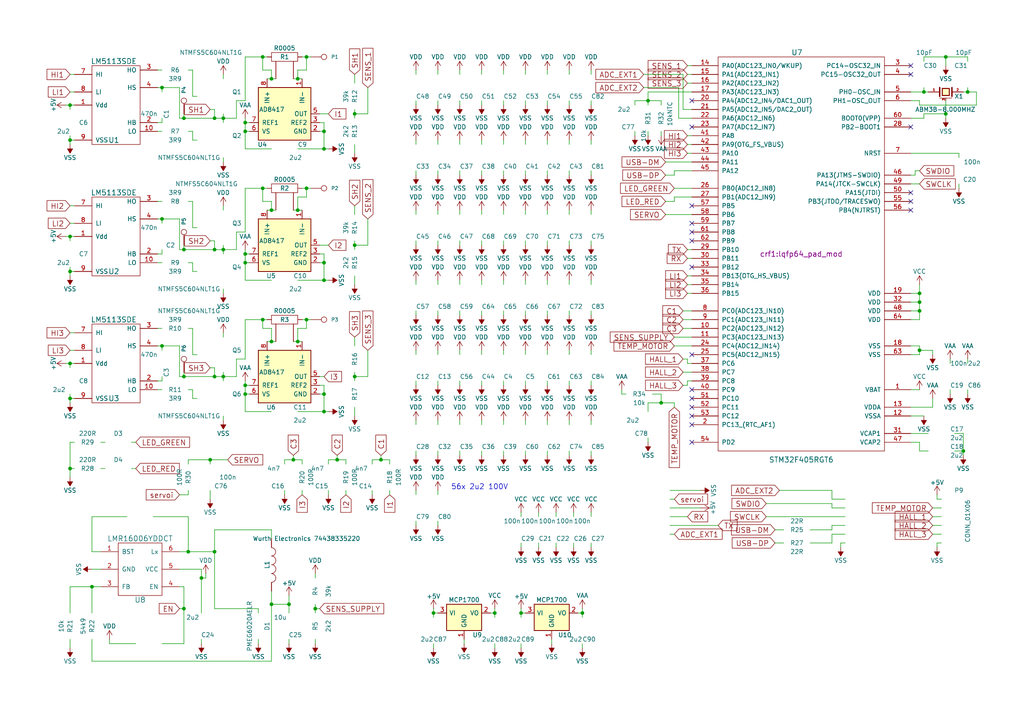
<source format=kicad_sch>
(kicad_sch (version 20230121) (generator eeschema)
  (paper "A4")
  (junction (at 93.98 119.38))
  (junction (at 110.49 133.35))
  (junction (at 93.98 43.18))
  (junction (at 76.2 92.71))
  (junction (at 88.9 54.61))
  (junction (at 76.2 54.61))
  (junction (at 125.73 177.8))
  (junction (at 93.98 81.28))
  (junction (at 71.12 38.1))
  (junction (at 279.4 130.81))
  (junction (at 20.32 30.48))
  (junction (at 26.67 170.18))
  (junction (at 93.98 38.1))
  (junction (at 78.74 60.96))
  (junction (at 274.32 16.51))
  (junction (at 93.98 76.2))
  (junction (at 20.32 68.58))
  (junction (at 266.7 101.6))
  (junction (at 78.74 22.86))
  (junction (at 20.32 105.41))
  (junction (at 53.34 176.53))
  (junction (at 53.34 109.22))
  (junction (at 187.96 29.21))
  (junction (at 143.51 177.8))
  (junction (at 102.87 109.22))
  (junction (at 78.74 99.06))
  (junction (at 20.32 40.64))
  (junction (at 71.12 73.66))
  (junction (at 60.96 133.35))
  (junction (at 20.32 135.89))
  (junction (at 274.32 33.02))
  (junction (at 71.12 114.3))
  (junction (at 71.12 35.56))
  (junction (at 20.32 115.57))
  (junction (at 266.7 87.63))
  (junction (at 86.36 99.06))
  (junction (at 266.7 90.17))
  (junction (at 93.98 114.3))
  (junction (at 46.99 25.4))
  (junction (at 64.77 34.29))
  (junction (at 86.36 22.86))
  (junction (at 85.09 133.35))
  (junction (at 88.9 16.51))
  (junction (at 97.79 133.35))
  (junction (at 64.77 109.22))
  (junction (at 62.23 34.29))
  (junction (at 71.12 76.2))
  (junction (at 168.91 177.8))
  (junction (at 58.42 167.64))
  (junction (at 151.13 177.8))
  (junction (at 83.82 175.26))
  (junction (at 280.67 26.67))
  (junction (at 86.36 60.96))
  (junction (at 46.99 100.33))
  (junction (at 88.9 92.71))
  (junction (at 102.87 71.12))
  (junction (at 78.74 175.26))
  (junction (at 191.77 116.84))
  (junction (at 91.44 176.53))
  (junction (at 76.2 16.51))
  (junction (at 71.12 111.76))
  (junction (at 62.23 160.02))
  (junction (at 266.7 85.09))
  (junction (at 62.23 109.22))
  (junction (at 46.99 63.5))
  (junction (at 64.77 72.39))
  (junction (at 53.34 72.39))
  (junction (at 53.34 34.29))
  (junction (at 62.23 72.39))
  (junction (at 267.97 26.67))
  (junction (at 102.87 33.02))
  (junction (at 20.32 78.74))
  (junction (at 54.61 160.02))
  (no_connect (at 264.16 58.42))
  (no_connect (at 200.66 128.27))
  (no_connect (at 200.66 123.19))
  (no_connect (at 264.16 55.88))
  (no_connect (at 200.66 102.87))
  (no_connect (at 200.66 77.47))
  (no_connect (at 200.66 113.03))
  (no_connect (at 200.66 29.21))
  (no_connect (at 200.66 118.11))
  (no_connect (at 200.66 120.65))
  (no_connect (at 200.66 59.69))
  (no_connect (at 264.16 19.05))
  (no_connect (at 264.16 60.96))
  (no_connect (at 264.16 36.83))
  (no_connect (at 200.66 36.83))
  (no_connect (at 264.16 21.59))
  (no_connect (at 200.66 69.85))
  (no_connect (at 200.66 115.57))
  (no_connect (at 200.66 67.31))
  (no_connect (at 200.66 64.77))
  (wire (pts (xy 120.65 30.48) (xy 120.65 29.21)))
  (wire (pts (xy 139.7 91.44) (xy 139.7 90.17)))
  (wire (pts (xy 120.65 102.87) (xy 120.65 101.6)))
  (wire (pts (xy 152.4 110.49) (xy 152.4 111.76)))
  (wire (pts (xy 55.88 102.87) (xy 57.15 102.87)))
  (wire (pts (xy 87.63 142.24) (xy 87.63 143.51)))
  (wire (pts (xy 52.07 34.29) (xy 53.34 34.29)))
  (wire (pts (xy 95.25 142.24) (xy 95.25 143.51)))
  (wire (pts (xy 133.35 49.53) (xy 133.35 50.8)))
  (wire (pts (xy 53.34 109.22) (xy 62.23 109.22)))
  (wire (pts (xy 93.98 35.56) (xy 92.71 35.56)))
  (wire (pts (xy 78.74 95.25) (xy 76.2 95.25)))
  (wire (pts (xy 55.88 38.1) (xy 54.61 38.1)))
  (wire (pts (xy 266.7 130.81) (xy 269.24 130.81)))
  (wire (pts (xy 45.72 25.4) (xy 46.99 25.4)))
  (wire (pts (xy 68.58 29.21) (xy 71.12 29.21)))
  (wire (pts (xy 102.87 107.95) (xy 102.87 109.22)))
  (wire (pts (xy 64.77 45.72) (xy 64.77 46.99)))
  (wire (pts (xy 133.35 62.23) (xy 133.35 60.96)))
  (wire (pts (xy 191.77 114.3) (xy 191.77 116.84)))
  (wire (pts (xy 93.98 38.1) (xy 92.71 38.1)))
  (wire (pts (xy 55.88 115.57) (xy 55.88 113.03)))
  (wire (pts (xy 82.55 142.24) (xy 82.55 143.51)))
  (wire (pts (xy 58.42 186.69) (xy 58.42 185.42)))
  (wire (pts (xy 20.32 64.77) (xy 21.59 64.77)))
  (wire (pts (xy 93.98 35.56) (xy 93.98 38.1)))
  (wire (pts (xy 53.34 170.18) (xy 53.34 176.53)))
  (wire (pts (xy 171.45 157.48) (xy 171.45 158.75)))
  (wire (pts (xy 278.13 44.45) (xy 278.13 45.72)))
  (wire (pts (xy 71.12 34.29) (xy 71.12 35.56)))
  (wire (pts (xy 82.55 133.35) (xy 85.09 133.35)))
  (wire (pts (xy 88.9 95.25) (xy 86.36 95.25)))
  (wire (pts (xy 54.61 133.35) (xy 60.96 133.35)))
  (wire (pts (xy 139.7 30.48) (xy 139.7 29.21)))
  (wire (pts (xy 74.93 176.53) (xy 62.23 176.53)))
  (wire (pts (xy 264.16 29.21) (xy 266.7 29.21)))
  (wire (pts (xy 93.98 111.76) (xy 92.71 111.76)))
  (wire (pts (xy 78.74 60.96) (xy 78.74 58.42)))
  (wire (pts (xy 102.87 59.69) (xy 102.87 62.23)))
  (wire (pts (xy 102.87 69.85) (xy 102.87 71.12)))
  (wire (pts (xy 45.72 20.32) (xy 46.99 20.32)))
  (wire (pts (xy 139.7 21.59) (xy 139.7 20.32)))
  (wire (pts (xy 55.88 20.32) (xy 54.61 20.32)))
  (wire (pts (xy 276.86 125.73) (xy 279.4 125.73)))
  (wire (pts (xy 59.69 166.37) (xy 59.69 167.64)))
  (wire (pts (xy 146.05 81.28) (xy 146.05 82.55)))
  (wire (pts (xy 193.04 58.42) (xy 195.58 58.42)))
  (wire (pts (xy 234.95 157.48) (xy 241.3 157.48)))
  (wire (pts (xy 88.9 16.51) (xy 90.17 16.51)))
  (wire (pts (xy 45.72 100.33) (xy 46.99 100.33)))
  (wire (pts (xy 71.12 76.2) (xy 71.12 81.28)))
  (wire (pts (xy 85.09 133.35) (xy 87.63 133.35)))
  (wire (pts (xy 64.77 34.29) (xy 68.58 34.29)))
  (wire (pts (xy 139.7 50.8) (xy 139.7 49.53)))
  (wire (pts (xy 36.83 149.86) (xy 26.67 149.86)))
  (wire (pts (xy 127 41.91) (xy 127 40.64)))
  (wire (pts (xy 158.75 50.8) (xy 158.75 49.53)))
  (wire (pts (xy 92.71 109.22) (xy 93.98 109.22)))
  (wire (pts (xy 71.12 119.38) (xy 78.74 119.38)))
  (wire (pts (xy 91.44 177.8) (xy 91.44 176.53)))
  (wire (pts (xy 86.36 119.38) (xy 93.98 119.38)))
  (wire (pts (xy 54.61 143.51) (xy 54.61 142.24)))
  (wire (pts (xy 171.45 110.49) (xy 171.45 111.76)))
  (wire (pts (xy 78.74 153.67) (xy 78.74 156.21)))
  (wire (pts (xy 20.32 114.3) (xy 20.32 115.57)))
  (wire (pts (xy 168.91 177.8) (xy 168.91 179.07)))
  (wire (pts (xy 46.99 25.4) (xy 46.99 26.67)))
  (wire (pts (xy 152.4 130.81) (xy 152.4 132.08)))
  (wire (pts (xy 226.06 142.24) (xy 241.3 142.24)))
  (wire (pts (xy 146.05 30.48) (xy 146.05 29.21)))
  (wire (pts (xy 60.96 106.68) (xy 62.23 106.68)))
  (wire (pts (xy 55.88 40.64) (xy 57.15 40.64)))
  (wire (pts (xy 270.51 101.6) (xy 270.51 102.87)))
  (wire (pts (xy 127 20.32) (xy 127 21.59)))
  (wire (pts (xy 93.98 38.1) (xy 93.98 43.18)))
  (wire (pts (xy 95.25 133.35) (xy 97.79 133.35)))
  (wire (pts (xy 194.31 147.32) (xy 203.2 147.32)))
  (wire (pts (xy 180.34 113.03) (xy 180.34 114.3)))
  (wire (pts (xy 78.74 58.42) (xy 76.2 58.42)))
  (wire (pts (xy 266.7 90.17) (xy 266.7 92.71)))
  (wire (pts (xy 168.91 176.53) (xy 168.91 177.8)))
  (wire (pts (xy 196.85 25.4) (xy 196.85 34.29)))
  (wire (pts (xy 194.31 152.4) (xy 208.28 152.4)))
  (wire (pts (xy 20.32 40.64) (xy 20.32 41.91)))
  (wire (pts (xy 78.74 153.67) (xy 62.23 153.67)))
  (wire (pts (xy 165.1 82.55) (xy 165.1 81.28)))
  (wire (pts (xy 120.65 40.64) (xy 120.65 41.91)))
  (wire (pts (xy 53.34 186.69) (xy 46.99 186.69)))
  (wire (pts (xy 166.37 157.48) (xy 166.37 158.75)))
  (wire (pts (xy 106.68 109.22) (xy 106.68 101.6)))
  (wire (pts (xy 53.34 176.53) (xy 53.34 186.69)))
  (wire (pts (xy 62.23 109.22) (xy 64.77 109.22)))
  (wire (pts (xy 266.7 53.34) (xy 264.16 53.34)))
  (wire (pts (xy 199.39 24.13) (xy 200.66 24.13)))
  (wire (pts (xy 20.32 187.96) (xy 20.32 185.42)))
  (wire (pts (xy 193.04 50.8) (xy 195.58 50.8)))
  (wire (pts (xy 184.15 29.21) (xy 187.96 29.21)))
  (wire (pts (xy 21.59 135.89) (xy 20.32 135.89)))
  (wire (pts (xy 91.44 176.53) (xy 91.44 175.26)))
  (wire (pts (xy 64.77 107.95) (xy 64.77 109.22)))
  (wire (pts (xy 86.36 99.06) (xy 87.63 99.06)))
  (wire (pts (xy 133.35 40.64) (xy 133.35 41.91)))
  (wire (pts (xy 165.1 50.8) (xy 165.1 49.53)))
  (wire (pts (xy 52.07 176.53) (xy 53.34 176.53)))
  (wire (pts (xy 152.4 101.6) (xy 152.4 102.87)))
  (wire (pts (xy 184.15 30.48) (xy 184.15 29.21)))
  (wire (pts (xy 100.33 133.35) (xy 100.33 134.62)))
  (wire (pts (xy 92.71 33.02) (xy 95.25 33.02)))
  (wire (pts (xy 77.47 22.86) (xy 78.74 22.86)))
  (wire (pts (xy 127 143.51) (xy 127 142.24)))
  (wire (pts (xy 195.58 54.61) (xy 200.66 54.61)))
  (wire (pts (xy 55.88 78.74) (xy 57.15 78.74)))
  (wire (pts (xy 54.61 133.35) (xy 54.61 134.62)))
  (wire (pts (xy 266.7 29.21) (xy 266.7 30.48)))
  (wire (pts (xy 152.4 121.92) (xy 152.4 123.19)))
  (wire (pts (xy 165.1 101.6) (xy 165.1 102.87)))
  (wire (pts (xy 243.84 158.75) (xy 243.84 157.48)))
  (wire (pts (xy 279.4 130.81) (xy 276.86 130.81)))
  (wire (pts (xy 241.3 153.67) (xy 241.3 152.4)))
  (wire (pts (xy 74.93 186.69) (xy 74.93 185.42)))
  (wire (pts (xy 280.67 26.67) (xy 279.4 26.67)))
  (wire (pts (xy 120.65 132.08) (xy 120.65 130.81)))
  (wire (pts (xy 267.97 17.78) (xy 267.97 16.51)))
  (wire (pts (xy 120.65 143.51) (xy 120.65 142.24)))
  (wire (pts (xy 71.12 73.66) (xy 71.12 76.2)))
  (wire (pts (xy 102.87 71.12) (xy 102.87 72.39)))
  (wire (pts (xy 71.12 43.18) (xy 78.74 43.18)))
  (wire (pts (xy 195.58 57.15) (xy 200.66 57.15)))
  (wire (pts (xy 77.47 99.06) (xy 78.74 99.06)))
  (wire (pts (xy 87.63 16.51) (xy 88.9 16.51)))
  (wire (pts (xy 46.99 58.42) (xy 45.72 58.42)))
  (wire (pts (xy 160.02 185.42) (xy 160.02 186.69)))
  (wire (pts (xy 186.69 21.59) (xy 198.12 21.59)))
  (wire (pts (xy 88.9 92.71) (xy 88.9 95.25)))
  (wire (pts (xy 161.29 148.59) (xy 161.29 149.86)))
  (wire (pts (xy 127 91.44) (xy 127 90.17)))
  (wire (pts (xy 20.32 78.74) (xy 20.32 80.01)))
  (wire (pts (xy 171.45 30.48) (xy 171.45 29.21)))
  (wire (pts (xy 80.01 60.96) (xy 78.74 60.96)))
  (wire (pts (xy 91.44 167.64) (xy 91.44 166.37)))
  (wire (pts (xy 133.35 102.87) (xy 133.35 101.6)))
  (wire (pts (xy 60.96 31.75) (xy 62.23 31.75)))
  (wire (pts (xy 266.7 87.63) (xy 266.7 90.17)))
  (wire (pts (xy 158.75 123.19) (xy 158.75 121.92)))
  (wire (pts (xy 21.59 40.64) (xy 20.32 40.64)))
  (wire (pts (xy 64.77 71.12) (xy 64.77 72.39)))
  (wire (pts (xy 171.45 21.59) (xy 171.45 20.32)))
  (wire (pts (xy 68.58 34.29) (xy 68.58 29.21)))
  (wire (pts (xy 26.67 170.18) (xy 29.21 170.18)))
  (wire (pts (xy 161.29 157.48) (xy 161.29 158.75)))
  (wire (pts (xy 151.13 177.8) (xy 152.4 177.8)))
  (wire (pts (xy 139.7 71.12) (xy 139.7 69.85)))
  (wire (pts (xy 55.88 20.32) (xy 55.88 27.94)))
  (wire (pts (xy 120.65 49.53) (xy 120.65 50.8)))
  (wire (pts (xy 71.12 29.21) (xy 71.12 16.51)))
  (wire (pts (xy 266.7 82.55) (xy 266.7 85.09)))
  (wire (pts (xy 64.77 109.22) (xy 64.77 110.49)))
  (wire (pts (xy 266.7 113.03) (xy 264.16 113.03)))
  (wire (pts (xy 171.45 82.55) (xy 171.45 81.28)))
  (wire (pts (xy 83.82 186.69) (xy 83.82 185.42)))
  (wire (pts (xy 68.58 67.31) (xy 71.12 67.31)))
  (wire (pts (xy 127 123.19) (xy 127 121.92)))
  (wire (pts (xy 265.43 49.53) (xy 265.43 50.8)))
  (wire (pts (xy 26.67 149.86) (xy 26.67 160.02)))
  (wire (pts (xy 151.13 148.59) (xy 151.13 149.86)))
  (wire (pts (xy 106.68 33.02) (xy 106.68 25.4)))
  (wire (pts (xy 120.65 69.85) (xy 120.65 71.12)))
  (wire (pts (xy 71.12 38.1) (xy 71.12 43.18)))
  (wire (pts (xy 133.35 91.44) (xy 133.35 90.17)))
  (wire (pts (xy 234.95 153.67) (xy 241.3 153.67)))
  (wire (pts (xy 52.07 72.39) (xy 53.34 72.39)))
  (wire (pts (xy 58.42 167.64) (xy 58.42 165.1)))
  (wire (pts (xy 93.98 119.38) (xy 95.25 119.38)))
  (wire (pts (xy 125.73 177.8) (xy 125.73 179.07)))
  (wire (pts (xy 127 62.23) (xy 127 60.96)))
  (wire (pts (xy 125.73 177.8) (xy 127 177.8)))
  (wire (pts (xy 71.12 35.56) (xy 71.12 38.1)))
  (wire (pts (xy 168.91 186.69) (xy 168.91 187.96)))
  (wire (pts (xy 20.32 59.69) (xy 21.59 59.69)))
  (wire (pts (xy 120.65 152.4) (xy 120.65 151.13)))
  (wire (pts (xy 78.74 99.06) (xy 78.74 95.25)))
  (wire (pts (xy 267.97 25.4) (xy 267.97 26.67)))
  (wire (pts (xy 264.16 87.63) (xy 266.7 87.63)))
  (wire (pts (xy 199.39 80.01) (xy 200.66 80.01)))
  (wire (pts (xy 71.12 16.51) (xy 76.2 16.51)))
  (wire (pts (xy 199.39 44.45) (xy 200.66 44.45)))
  (wire (pts (xy 83.82 172.72) (xy 83.82 175.26)))
  (wire (pts (xy 86.36 95.25) (xy 86.36 99.06)))
  (wire (pts (xy 241.3 154.94) (xy 245.11 154.94)))
  (wire (pts (xy 68.58 104.14) (xy 71.12 104.14)))
  (wire (pts (xy 54.61 149.86) (xy 54.61 160.02)))
  (wire (pts (xy 46.99 63.5) (xy 52.07 63.5)))
  (wire (pts (xy 266.7 100.33) (xy 264.16 100.33)))
  (wire (pts (xy 194.31 144.78) (xy 195.58 144.78)))
  (wire (pts (xy 146.05 123.19) (xy 146.05 121.92)))
  (wire (pts (xy 64.77 33.02) (xy 64.77 34.29)))
  (wire (pts (xy 199.39 39.37) (xy 200.66 39.37)))
  (wire (pts (xy 224.79 153.67) (xy 227.33 153.67)))
  (wire (pts (xy 139.7 132.08) (xy 139.7 130.81)))
  (wire (pts (xy 93.98 114.3) (xy 93.98 111.76)))
  (wire (pts (xy 52.07 143.51) (xy 54.61 143.51)))
  (wire (pts (xy 92.71 71.12) (xy 95.25 71.12)))
  (wire (pts (xy 92.71 114.3) (xy 93.98 114.3)))
  (wire (pts (xy 273.05 144.78) (xy 271.78 144.78)))
  (wire (pts (xy 158.75 82.55) (xy 158.75 81.28)))
  (wire (pts (xy 78.74 175.26) (xy 78.74 171.45)))
  (wire (pts (xy 55.88 58.42) (xy 54.61 58.42)))
  (wire (pts (xy 264.16 128.27) (xy 266.7 128.27)))
  (wire (pts (xy 139.7 82.55) (xy 139.7 81.28)))
  (wire (pts (xy 20.32 101.6) (xy 21.59 101.6)))
  (wire (pts (xy 241.3 152.4) (xy 245.11 152.4)))
  (wire (pts (xy 20.32 68.58) (xy 21.59 68.58)))
  (wire (pts (xy 180.34 114.3) (xy 181.61 114.3)))
  (wire (pts (xy 102.87 31.75) (xy 102.87 33.02)))
  (wire (pts (xy 31.75 186.69) (xy 39.37 186.69)))
  (wire (pts (xy 88.9 92.71) (xy 90.17 92.71)))
  (wire (pts (xy 20.32 135.89) (xy 20.32 128.27)))
  (wire (pts (xy 71.12 114.3) (xy 71.12 119.38)))
  (wire (pts (xy 139.7 123.19) (xy 139.7 121.92)))
  (wire (pts (xy 146.05 90.17) (xy 146.05 91.44)))
  (wire (pts (xy 120.65 111.76) (xy 120.65 110.49)))
  (wire (pts (xy 86.36 22.86) (xy 87.63 22.86)))
  (wire (pts (xy 120.65 90.17) (xy 120.65 91.44)))
  (wire (pts (xy 143.51 186.69) (xy 143.51 187.96)))
  (wire (pts (xy 152.4 71.12) (xy 152.4 69.85)))
  (wire (pts (xy 102.87 118.11) (xy 102.87 120.65)))
  (wire (pts (xy 151.13 186.69) (xy 151.13 187.96)))
  (wire (pts (xy 20.32 170.18) (xy 20.32 177.8)))
  (wire (pts (xy 280.67 104.14) (xy 280.67 105.41)))
  (wire (pts (xy 53.34 71.12) (xy 53.34 72.39)))
  (wire (pts (xy 127 152.4) (xy 127 151.13)))
  (wire (pts (xy 20.32 77.47) (xy 20.32 78.74)))
  (wire (pts (xy 71.12 104.14) (xy 71.12 92.71)))
  (wire (pts (xy 198.12 95.25) (xy 200.66 95.25)))
  (wire (pts (xy 198.12 92.71) (xy 200.66 92.71)))
  (wire (pts (xy 26.67 165.1) (xy 29.21 165.1)))
  (wire (pts (xy 55.88 66.04) (xy 57.15 66.04)))
  (wire (pts (xy 20.32 115.57) (xy 20.32 116.84)))
  (wire (pts (xy 187.96 26.67) (xy 200.66 26.67)))
  (wire (pts (xy 267.97 26.67) (xy 269.24 26.67)))
  (wire (pts (xy 127 132.08) (xy 127 130.81)))
  (wire (pts (xy 194.31 154.94) (xy 195.58 154.94)))
  (wire (pts (xy 20.32 170.18) (xy 26.67 170.18)))
  (wire (pts (xy 87.63 92.71) (xy 88.9 92.71)))
  (wire (pts (xy 72.39 38.1) (xy 71.12 38.1)))
  (wire (pts (xy 29.21 135.89) (xy 30.48 135.89)))
  (wire (pts (xy 45.72 35.56) (xy 46.99 35.56)))
  (wire (pts (xy 270.51 152.4) (xy 273.05 152.4)))
  (wire (pts (xy 241.3 147.32) (xy 245.11 147.32)))
  (wire (pts (xy 195.58 118.11) (xy 195.58 116.84)))
  (wire (pts (xy 20.32 106.68) (xy 20.32 105.41)))
  (wire (pts (xy 199.39 85.09) (xy 200.66 85.09)))
  (wire (pts (xy 191.77 116.84) (xy 187.96 116.84)))
  (wire (pts (xy 264.16 102.87) (xy 266.7 102.87)))
  (wire (pts (xy 195.58 58.42) (xy 195.58 57.15)))
  (wire (pts (xy 199.39 72.39) (xy 200.66 72.39)))
  (wire (pts (xy 134.62 185.42) (xy 134.62 186.69)))
  (wire (pts (xy 78.74 60.96) (xy 77.47 60.96)))
  (wire (pts (xy 55.88 27.94) (xy 57.15 27.94)))
  (wire (pts (xy 64.77 85.09) (xy 64.77 83.82)))
  (wire (pts (xy 266.7 101.6) (xy 270.51 101.6)))
  (wire (pts (xy 62.23 160.02) (xy 62.23 176.53)))
  (wire (pts (xy 133.35 21.59) (xy 133.35 20.32)))
  (wire (pts (xy 171.45 130.81) (xy 171.45 132.08)))
  (wire (pts (xy 283.21 30.48) (xy 283.21 26.67)))
  (wire (pts (xy 158.75 30.48) (xy 158.75 29.21)))
  (wire (pts (xy 146.05 132.08) (xy 146.05 130.81)))
  (wire (pts (xy 93.98 73.66) (xy 92.71 73.66)))
  (wire (pts (xy 171.45 101.6) (xy 171.45 102.87)))
  (wire (pts (xy 187.96 38.1) (xy 187.96 39.37)))
  (wire (pts (xy 271.78 144.78) (xy 271.78 143.51)))
  (wire (pts (xy 264.16 120.65) (xy 267.97 120.65)))
  (wire (pts (xy 97.79 132.08) (xy 97.79 133.35)))
  (wire (pts (xy 278.13 44.45) (xy 264.16 44.45)))
  (wire (pts (xy 85.09 22.86) (xy 86.36 22.86)))
  (wire (pts (xy 46.99 25.4) (xy 52.07 25.4)))
  (wire (pts (xy 64.77 59.69) (xy 64.77 60.96)))
  (wire (pts (xy 44.45 149.86) (xy 54.61 149.86)))
  (wire (pts (xy 20.32 21.59) (xy 21.59 21.59)))
  (wire (pts (xy 152.4 62.23) (xy 152.4 60.96)))
  (wire (pts (xy 264.16 26.67) (xy 267.97 26.67)))
  (wire (pts (xy 120.65 21.59) (xy 120.65 20.32)))
  (wire (pts (xy 46.99 100.33) (xy 52.07 100.33)))
  (wire (pts (xy 45.72 73.66) (xy 46.99 73.66)))
  (wire (pts (xy 113.03 133.35) (xy 110.49 133.35)))
  (wire (pts (xy 45.72 110.49) (xy 46.99 110.49)))
  (wire (pts (xy 156.21 148.59) (xy 156.21 149.86)))
  (wire (pts (xy 158.75 41.91) (xy 158.75 40.64)))
  (wire (pts (xy 199.39 41.91) (xy 200.66 41.91)))
  (wire (pts (xy 52.07 100.33) (xy 52.07 109.22)))
  (wire (pts (xy 127 71.12) (xy 127 69.85)))
  (wire (pts (xy 274.32 34.29) (xy 274.32 33.02)))
  (wire (pts (xy 274.32 19.05) (xy 274.32 16.51)))
  (wire (pts (xy 198.12 90.17) (xy 200.66 90.17)))
  (wire (pts (xy 199.39 104.14) (xy 199.39 105.41)))
  (wire (pts (xy 71.12 111.76) (xy 71.12 114.3)))
  (wire (pts (xy 46.99 110.49) (xy 46.99 109.22)))
  (wire (pts (xy 152.4 29.21) (xy 152.4 30.48)))
  (wire (pts (xy 171.45 91.44) (xy 171.45 90.17)))
  (wire (pts (xy 31.75 185.42) (xy 31.75 186.69)))
  (wire (pts (xy 270.51 118.11) (xy 270.51 115.57)))
  (wire (pts (xy 264.16 90.17) (xy 266.7 90.17)))
  (wire (pts (xy 273.05 157.48) (xy 271.78 157.48)))
  (wire (pts (xy 71.12 81.28) (xy 78.74 81.28)))
  (wire (pts (xy 146.05 21.59) (xy 146.05 20.32)))
  (wire (pts (xy 64.77 72.39) (xy 68.58 72.39)))
  (wire (pts (xy 158.75 71.12) (xy 158.75 69.85)))
  (wire (pts (xy 110.49 132.08) (xy 110.49 133.35)))
  (wire (pts (xy 241.3 146.05) (xy 241.3 147.32)))
  (wire (pts (xy 20.32 39.37) (xy 20.32 40.64)))
  (wire (pts (xy 266.7 102.87) (xy 266.7 101.6)))
  (wire (pts (xy 184.15 39.37) (xy 184.15 38.1)))
  (wire (pts (xy 76.2 95.25) (xy 76.2 92.71)))
  (wire (pts (xy 152.4 91.44) (xy 152.4 90.17)))
  (wire (pts (xy 152.4 49.53) (xy 152.4 50.8)))
  (wire (pts (xy 53.34 34.29) (xy 62.23 34.29)))
  (wire (pts (xy 92.71 76.2) (xy 93.98 76.2)))
  (wire (pts (xy 78.74 20.32) (xy 76.2 20.32)))
  (wire (pts (xy 139.7 62.23) (xy 139.7 60.96)))
  (wire (pts (xy 45.72 76.2) (xy 46.99 76.2)))
  (wire (pts (xy 199.39 21.59) (xy 200.66 21.59)))
  (wire (pts (xy 133.35 111.76) (xy 133.35 110.49)))
  (wire (pts (xy 264.16 34.29) (xy 267.97 34.29)))
  (wire (pts (xy 68.58 72.39) (xy 68.58 67.31)))
  (wire (pts (xy 86.36 60.96) (xy 87.63 60.96)))
  (wire (pts (xy 74.93 177.8) (xy 74.93 176.53)))
  (wire (pts (xy 64.77 96.52) (xy 64.77 97.79)))
  (wire (pts (xy 97.79 133.35) (xy 100.33 133.35)))
  (wire (pts (xy 142.24 177.8) (xy 143.51 177.8)))
  (wire (pts (xy 20.32 31.75) (xy 20.32 30.48)))
  (wire (pts (xy 158.75 132.08) (xy 158.75 130.81)))
  (wire (pts (xy 125.73 176.53) (xy 125.73 177.8)))
  (wire (pts (xy 113.03 134.62) (xy 113.03 133.35)))
  (wire (pts (xy 199.39 111.76) (xy 199.39 110.49)))
  (wire (pts (xy 158.75 91.44) (xy 158.75 90.17)))
  (wire (pts (xy 68.58 109.22) (xy 68.58 104.14)))
  (wire (pts (xy 93.98 119.38) (xy 93.98 114.3)))
  (wire (pts (xy 139.7 111.76) (xy 139.7 110.49)))
  (wire (pts (xy 241.3 157.48) (xy 241.3 154.94)))
  (wire (pts (xy 52.07 63.5) (xy 52.07 72.39)))
  (wire (pts (xy 266.7 128.27) (xy 266.7 130.81)))
  (wire (pts (xy 133.35 30.48) (xy 133.35 29.21)))
  (wire (pts (xy 38.1 128.27) (xy 39.37 128.27)))
  (wire (pts (xy 195.58 100.33) (xy 200.66 100.33)))
  (wire (pts (xy 280.67 113.03) (xy 280.67 114.3)))
  (wire (pts (xy 266.7 49.53) (xy 265.43 49.53)))
  (wire (pts (xy 194.31 149.86) (xy 199.39 149.86)))
  (wire (pts (xy 191.77 29.21) (xy 191.77 30.48)))
  (wire (pts (xy 62.23 72.39) (xy 64.77 72.39)))
  (wire (pts (xy 71.12 110.49) (xy 71.12 111.76)))
  (wire (pts (xy 274.32 33.02) (xy 274.32 29.21)))
  (wire (pts (xy 19.05 30.48) (xy 20.32 30.48)))
  (wire (pts (xy 85.09 99.06) (xy 86.36 99.06)))
  (wire (pts (xy 127 111.76) (xy 127 110.49)))
  (wire (pts (xy 60.96 144.78) (xy 60.96 142.24)))
  (wire (pts (xy 55.88 58.42) (xy 55.88 66.04)))
  (wire (pts (xy 146.05 111.76) (xy 146.05 110.49)))
  (wire (pts (xy 266.7 85.09) (xy 264.16 85.09)))
  (wire (pts (xy 60.96 133.35) (xy 60.96 134.62)))
  (wire (pts (xy 46.99 35.56) (xy 46.99 34.29)))
  (wire (pts (xy 270.51 147.32) (xy 273.05 147.32)))
  (wire (pts (xy 158.75 62.23) (xy 158.75 60.96)))
  (wire (pts (xy 198.12 107.95) (xy 200.66 107.95)))
  (wire (pts (xy 165.1 21.59) (xy 165.1 20.32)))
  (wire (pts (xy 264.16 125.73) (xy 269.24 125.73)))
  (wire (pts (xy 266.7 30.48) (xy 283.21 30.48)))
  (wire (pts (xy 198.12 104.14) (xy 199.39 104.14)))
  (wire (pts (xy 133.35 132.08) (xy 133.35 130.81)))
  (wire (pts (xy 86.36 60.96) (xy 86.36 57.15)))
  (wire (pts (xy 270.51 154.94) (xy 273.05 154.94)))
  (wire (pts (xy 267.97 16.51) (xy 274.32 16.51)))
  (wire (pts (xy 19.05 68.58) (xy 20.32 68.58)))
  (wire (pts (xy 165.1 30.48) (xy 165.1 29.21)))
  (wire (pts (xy 151.13 177.8) (xy 151.13 179.07)))
  (wire (pts (xy 102.87 33.02) (xy 106.68 33.02)))
  (wire (pts (xy 243.84 157.48) (xy 245.11 157.48)))
  (wire (pts (xy 46.99 100.33) (xy 46.99 101.6)))
  (wire (pts (xy 171.45 41.91) (xy 171.45 40.64)))
  (wire (pts (xy 71.12 67.31) (xy 71.12 54.61)))
  (wire (pts (xy 120.65 123.19) (xy 120.65 121.92)))
  (wire (pts (xy 62.23 106.68) (xy 62.23 109.22)))
  (wire (pts (xy 64.77 109.22) (xy 68.58 109.22)))
  (wire (pts (xy 280.67 16.51) (xy 280.67 17.78)))
  (wire (pts (xy 55.88 113.03) (xy 54.61 113.03)))
  (wire (pts (xy 165.1 110.49) (xy 165.1 111.76)))
  (wire (pts (xy 86.36 20.32) (xy 88.9 20.32)))
  (wire (pts (xy 93.98 76.2) (xy 93.98 73.66)))
  (wire (pts (xy 78.74 22.86) (xy 78.74 20.32)))
  (wire (pts (xy 146.05 60.96) (xy 146.05 62.23)))
  (wire (pts (xy 143.51 176.53) (xy 143.51 177.8)))
  (wire (pts (xy 76.2 92.71) (xy 77.47 92.71)))
  (wire (pts (xy 26.67 191.77) (xy 78.74 191.77)))
  (wire (pts (xy 274.32 16.51) (xy 280.67 16.51)))
  (wire (pts (xy 165.1 60.96) (xy 165.1 62.23)))
  (wire (pts (xy 64.77 21.59) (xy 64.77 22.86)))
  (wire (pts (xy 19.05 105.41) (xy 20.32 105.41)))
  (wire (pts (xy 193.04 46.99) (xy 200.66 46.99)))
  (wire (pts (xy 76.2 54.61) (xy 77.47 54.61)))
  (wire (pts (xy 187.96 127) (xy 187.96 128.27)))
  (wire (pts (xy 279.4 125.73) (xy 279.4 130.81)))
  (wire (pts (xy 120.65 60.96) (xy 120.65 62.23)))
  (wire (pts (xy 165.1 121.92) (xy 165.1 123.19)))
  (wire (pts (xy 241.3 142.24) (xy 241.3 144.78)))
  (wire (pts (xy 280.67 25.4) (xy 280.67 26.67)))
  (wire (pts (xy 52.07 109.22) (xy 53.34 109.22)))
  (wire (pts (xy 171.45 148.59) (xy 171.45 149.86)))
  (wire (pts (xy 85.09 60.96) (xy 86.36 60.96)))
  (wire (pts (xy 198.12 31.75) (xy 200.66 31.75)))
  (wire (pts (xy 46.99 64.77) (xy 46.99 63.5)))
  (wire (pts (xy 53.34 107.95) (xy 53.34 109.22)))
  (wire (pts (xy 93.98 43.18) (xy 95.25 43.18)))
  (wire (pts (xy 45.72 63.5) (xy 46.99 63.5)))
  (wire (pts (xy 38.1 135.89) (xy 39.37 135.89)))
  (wire (pts (xy 20.32 69.85) (xy 20.32 68.58)))
  (wire (pts (xy 71.12 76.2) (xy 72.39 76.2)))
  (wire (pts (xy 113.03 143.51) (xy 113.03 142.24)))
  (wire (pts (xy 224.79 157.48) (xy 227.33 157.48)))
  (wire (pts (xy 146.05 50.8) (xy 146.05 49.53)))
  (wire (pts (xy 195.58 116.84) (xy 191.77 116.84)))
  (wire (pts (xy 92.71 176.53) (xy 91.44 176.53)))
  (wire (pts (xy 26.67 185.42) (xy 26.67 191.77)))
  (wire (pts (xy 199.39 19.05) (xy 200.66 19.05)))
  (wire (pts (xy 283.21 26.67) (xy 280.67 26.67)))
  (wire (pts (xy 266.7 92.71) (xy 264.16 92.71)))
  (wire (pts (xy 102.87 21.59) (xy 102.87 24.13)))
  (wire (pts (xy 267.97 34.29) (xy 267.97 33.02)))
  (wire (pts (xy 275.59 104.14) (xy 275.59 105.41)))
  (wire (pts (xy 100.33 142.24) (xy 100.33 143.51)))
  (wire (pts (xy 125.73 187.96) (xy 125.73 186.69)))
  (wire (pts (xy 72.39 35.56) (xy 71.12 35.56)))
  (wire (pts (xy 199.39 105.41) (xy 200.66 105.41)))
  (wire (pts (xy 52.07 160.02) (xy 54.61 160.02)))
  (wire (pts (xy 191.77 38.1) (xy 191.77 39.37)))
  (wire (pts (xy 222.25 146.05) (xy 241.3 146.05)))
  (wire (pts (xy 146.05 102.87) (xy 146.05 101.6)))
  (wire (pts (xy 102.87 80.01) (xy 102.87 82.55)))
  (wire (pts (xy 88.9 57.15) (xy 88.9 54.61)))
  (wire (pts (xy 60.96 133.35) (xy 66.04 133.35)))
  (wire (pts (xy 158.75 102.87) (xy 158.75 101.6)))
  (wire (pts (xy 71.12 73.66) (xy 72.39 73.66)))
  (wire (pts (xy 187.96 116.84) (xy 187.96 119.38)))
  (wire (pts (xy 53.34 33.02) (xy 53.34 34.29)))
  (wire (pts (xy 193.04 62.23) (xy 200.66 62.23)))
  (wire (pts (xy 20.32 78.74) (xy 21.59 78.74)))
  (wire (pts (xy 26.67 170.18) (xy 26.67 177.8)))
  (wire (pts (xy 87.63 133.35) (xy 87.63 134.62)))
  (wire (pts (xy 62.23 31.75) (xy 62.23 34.29)))
  (wire (pts (xy 60.96 69.85) (xy 62.23 69.85)))
  (wire (pts (xy 62.23 153.67) (xy 62.23 160.02)))
  (wire (pts (xy 127 82.55) (xy 127 81.28)))
  (wire (pts (xy 86.36 22.86) (xy 86.36 20.32)))
  (wire (pts (xy 86.36 57.15) (xy 88.9 57.15)))
  (wire (pts (xy 58.42 177.8) (xy 58.42 167.64)))
  (wire (pts (xy 195.58 97.79) (xy 200.66 97.79)))
  (wire (pts (xy 195.58 49.53) (xy 200.66 49.53)))
  (wire (pts (xy 267.97 33.02) (xy 274.32 33.02)))
  (wire (pts (xy 93.98 81.28) (xy 95.25 81.28)))
  (wire (pts (xy 102.87 41.91) (xy 102.87 44.45)))
  (wire (pts (xy 127 29.21) (xy 127 30.48)))
  (wire (pts (xy 88.9 54.61) (xy 90.17 54.61)))
  (wire (pts (xy 275.59 113.03) (xy 275.59 114.3)))
  (wire (pts (xy 189.23 114.3) (xy 191.77 114.3)))
  (wire (pts (xy 270.51 149.86) (xy 273.05 149.86)))
  (wire (pts (xy 152.4 20.32) (xy 152.4 21.59)))
  (wire (pts (xy 20.32 26.67) (xy 21.59 26.67)))
  (wire (pts (xy 187.96 29.21) (xy 191.77 29.21)))
  (wire (pts (xy 171.45 50.8) (xy 171.45 49.53)))
  (wire (pts (xy 55.88 95.25) (xy 54.61 95.25)))
  (wire (pts (xy 55.88 76.2) (xy 54.61 76.2)))
  (wire (pts (xy 222.25 149.86) (xy 245.11 149.86)))
  (wire (pts (xy 151.13 157.48) (xy 151.13 158.75)))
  (wire (pts (xy 102.87 97.79) (xy 102.87 100.33)))
  (wire (pts (xy 20.32 128.27) (xy 21.59 128.27)))
  (wire (pts (xy 102.87 33.02) (xy 102.87 34.29)))
  (wire (pts (xy 93.98 81.28) (xy 93.98 76.2)))
  (wire (pts (xy 171.45 71.12) (xy 171.45 69.85)))
  (wire (pts (xy 127 50.8) (xy 127 49.53)))
  (wire (pts (xy 166.37 148.59) (xy 166.37 149.86)))
  (wire (pts (xy 55.88 40.64) (xy 55.88 38.1)))
  (wire (pts (xy 158.75 21.59) (xy 158.75 20.32)))
  (wire (pts (xy 46.99 113.03) (xy 45.72 113.03)))
  (wire (pts (xy 127 102.87) (xy 127 101.6)))
  (wire (pts (xy 52.07 25.4) (xy 52.07 34.29)))
  (wire (pts (xy 58.42 165.1) (xy 52.07 165.1)))
  (wire (pts (xy 71.12 111.76) (xy 72.39 111.76)))
  (wire (pts (xy 91.44 186.69) (xy 91.44 185.42)))
  (wire (pts (xy 76.2 16.51) (xy 77.47 16.51)))
  (wire (pts (xy 46.99 73.66) (xy 46.99 72.39)))
  (wire (pts (xy 83.82 175.26) (xy 78.74 175.26)))
  (wire (pts (xy 86.36 43.18) (xy 93.98 43.18)))
  (wire (pts (xy 195.58 50.8) (xy 195.58 49.53)))
  (wire (pts (xy 199.39 74.93) (xy 200.66 74.93)))
  (wire (pts (xy 95.25 134.62) (xy 95.25 133.35)))
  (wire (pts (xy 88.9 20.32) (xy 88.9 16.51)))
  (wire (pts (xy 266.7 85.09) (xy 266.7 87.63)))
  (wire (pts (xy 146.05 69.85) (xy 146.05 71.12)))
  (wire (pts (xy 107.95 133.35) (xy 107.95 134.62)))
  (wire (pts (xy 82.55 134.62) (xy 82.55 133.35)))
  (wire (pts (xy 171.45 60.96) (xy 171.45 62.23)))
  (wire (pts (xy 83.82 175.26) (xy 83.82 177.8)))
  (wire (pts (xy 20.32 96.52) (xy 21.59 96.52)))
  (wire (pts (xy 106.68 63.5) (xy 106.68 71.12)))
  (wire (pts (xy 165.1 91.44) (xy 165.1 90.17)))
  (wire (pts (xy 241.3 144.78) (xy 245.11 144.78)))
  (wire (pts (xy 55.88 95.25) (xy 55.88 102.87)))
  (wire (pts (xy 199.39 82.55) (xy 200.66 82.55)))
  (wire (pts (xy 187.96 29.21) (xy 187.96 30.48)))
  (wire (pts (xy 55.88 78.74) (xy 55.88 76.2)))
  (wire (pts (xy 45.72 95.25) (xy 46.99 95.25)))
  (wire (pts (xy 198.12 111.76) (xy 199.39 111.76)))
  (wire (pts (xy 59.69 167.64) (xy 58.42 167.64)))
  (wire (pts (xy 85.09 132.08) (xy 85.09 133.35)))
  (wire (pts (xy 120.65 81.28) (xy 120.65 82.55)))
  (wire (pts (xy 196.85 34.29) (xy 200.66 34.29)))
  (wire (pts (xy 53.34 72.39) (xy 62.23 72.39)))
  (wire (pts (xy 158.75 111.76) (xy 158.75 110.49)))
  (wire (pts (xy 133.35 123.19) (xy 133.35 121.92)))
  (wire (pts (xy 139.7 41.91) (xy 139.7 40.64)))
  (wire (pts (xy 199.39 110.49) (xy 200.66 110.49)))
  (wire (pts (xy 266.7 101.6) (xy 266.7 100.33)))
  (wire (pts (xy 76.2 20.32) (xy 76.2 16.51)))
  (wire (pts (xy 71.12 72.39) (xy 71.12 73.66)))
  (wire (pts (xy 76.2 58.42) (xy 76.2 54.61)))
  (wire (pts (xy 64.77 121.92) (xy 64.77 120.65)))
  (wire (pts (xy 87.63 54.61) (xy 88.9 54.61)))
  (wire (pts (xy 62.23 34.29) (xy 64.77 34.29)))
  (wire (pts (xy 198.12 21.59) (xy 198.12 31.75)))
  (wire (pts (xy 265.43 50.8) (xy 264.16 50.8)))
  (wire (pts (xy 264.16 118.11) (xy 270.51 118.11)))
  (wire (pts (xy 151.13 176.53) (xy 151.13 177.8)))
  (wire (pts (xy 165.1 69.85) (xy 165.1 71.12)))
  (wire (pts (xy 21.59 115.57) (xy 20.32 115.57)))
  (wire (pts (xy 29.21 128.27) (xy 30.48 128.27)))
  (wire (pts (xy 194.31 142.24) (xy 203.2 142.24)))
  (wire (pts (xy 168.91 177.8) (xy 167.64 177.8)))
  (wire (pts (xy 156.21 157.48) (xy 156.21 158.75)))
  (wire (pts (xy 165.1 130.81) (xy 165.1 132.08)))
  (wire (pts (xy 64.77 72.39) (xy 64.77 73.66)))
  (wire (pts (xy 110.49 133.35) (xy 107.95 133.35)))
  (wire (pts (xy 53.34 170.18) (xy 52.07 170.18)))
  (wire (pts (xy 165.1 41.91) (xy 165.1 40.64)))
  (wire (pts (xy 106.68 71.12) (xy 102.87 71.12)))
  (wire (pts (xy 71.12 92.71) (xy 76.2 92.71)))
  (wire (pts (xy 152.4 82.55) (xy 152.4 81.28)))
  (wire (pts (xy 78.74 191.77) (xy 78.74 175.26)))
  (wire (pts (xy 278.13 54.61) (xy 278.13 53.34)))
  (wire (pts (xy 20.32 138.43) (xy 20.32 135.89)))
  (wire (pts (xy 171.45 121.92) (xy 171.45 123.19)))
  (wire (pts (xy 271.78 157.48) (xy 271.78 158.75)))
  (wire (pts (xy 143.51 177.8) (xy 143.51 179.07)))
  (wire (pts (xy 186.69 25.4) (xy 196.85 25.4)))
  (wire (pts (xy 71.12 114.3) (xy 72.39 114.3)))
  (wire (pts (xy 152.4 40.64) (xy 152.4 41.91)))
  (wire (pts (xy 133.35 82.55) (xy 133.35 81.28)))
  (wire (pts (xy 78.74 99.06) (xy 80.01 99.06)))
  (wire (pts (xy 139.7 102.87) (xy 139.7 101.6)))
  (wire (pts (xy 86.36 81.28) (xy 93.98 81.28)))
  (wire (pts (xy 187.96 26.67) (xy 187.96 29.21)))
  (wire (pts (xy 55.88 115.57) (xy 57.15 115.57)))
  (wire (pts (xy 133.35 71.12) (xy 133.35 69.85)))
  (wire (pts (xy 64.77 34.29) (xy 64.77 35.56)))
  (wire (pts (xy 54.61 160.02) (xy 62.23 160.02)))
  (wire (pts (xy 102.87 109.22) (xy 106.68 109.22)))
  (wire (pts (xy 20.32 105.41) (xy 21.59 105.41)))
  (wire (pts (xy 71.12 54.61) (xy 76.2 54.61)))
  (wire (pts (xy 107.95 142.24) (xy 107.95 143.51)))
  (wire (pts (xy 102.87 109.22) (xy 102.87 110.49)))
  (wire (pts (xy 146.05 41.91) (xy 146.05 40.64)))
  (wire (pts (xy 45.72 38.1) (xy 46.99 38.1)))
  (wire (pts (xy 62.23 69.85) (xy 62.23 72.39)))
  (wire (pts (xy 26.67 160.02) (xy 29.21 160.02)))
  (wire (pts (xy 279.4 130.81) (xy 279.4 132.08)))
  (wire (pts (xy 20.32 30.48) (xy 21.59 30.48)))
  (wire (pts (xy 78.74 22.86) (xy 80.01 22.86)))
  (text "56x 2u2 100V" (at 130.81 142.24 0) (effects (font (size 1.524 1.524)) (justify left bottom)))
  (global_label "SWDIO" (shape input) (at 266.7 49.53 0) (effects (font (size 1.524 1.524))) (property "Intersheetrefs" "${INTERSHEET_REFS}" (effects hide)))
  (global_label "LI1" (shape input) (at 20.32 26.67 180) (effects (font (size 1.524 1.524))) (property "Intersheetrefs" "${INTERSHEET_REFS}" (effects hide)))
  (global_label "USB-DM" (shape input) (at 224.79 153.67 180) (effects (font (size 1.524 1.524))) (property "Intersheetrefs" "${INTERSHEET_REFS}" (effects hide)))
  (global_label "LI3" (shape input) (at 199.39 85.09 180) (effects (font (size 1.524 1.524))) (property "Intersheetrefs" "${INTERSHEET_REFS}" (effects hide)))
  (global_label "LED_GREEN" (shape input) (at 39.37 128.27 0) (effects (font (size 1.524 1.524))) (property "Intersheetrefs" "${INTERSHEET_REFS}" (effects hide)))
  (global_label "SENS_SUPPLY" (shape input) (at 92.71 176.53 0) (effects (font (size 1.524 1.524))) (property "Intersheetrefs" "${INTERSHEET_REFS}" (effects hide)))
  (global_label "I1" (shape input) (at 113.03 143.51 270) (effects (font (size 1.524 1.524))) (property "Intersheetrefs" "${INTERSHEET_REFS}" (effects hide)))
  (global_label "servoi" (shape input) (at 52.07 143.51 180) (effects (font (size 1.524 1.524))) (property "Intersheetrefs" "${INTERSHEET_REFS}" (effects hide)))
  (global_label "RX" (shape input) (at 199.39 74.93 180) (effects (font (size 1.524 1.524))) (property "Intersheetrefs" "${INTERSHEET_REFS}" (effects hide)))
  (global_label "SENS_2" (shape input) (at 106.68 63.5 90) (effects (font (size 1.524 1.524))) (property "Intersheetrefs" "${INTERSHEET_REFS}" (effects hide)))
  (global_label "HI3" (shape input) (at 199.39 44.45 180) (effects (font (size 1.524 1.524))) (property "Intersheetrefs" "${INTERSHEET_REFS}" (effects hide)))
  (global_label "SENS_1" (shape input) (at 199.39 19.05 180) (effects (font (size 1.524 1.524))) (property "Intersheetrefs" "${INTERSHEET_REFS}" (effects hide)))
  (global_label "SENS_1" (shape input) (at 106.68 25.4 90) (effects (font (size 1.524 1.524))) (property "Intersheetrefs" "${INTERSHEET_REFS}" (effects hide)))
  (global_label "SH2" (shape input) (at 102.87 59.69 90) (effects (font (size 1.524 1.524))) (property "Intersheetrefs" "${INTERSHEET_REFS}" (effects hide)))
  (global_label "LI1" (shape input) (at 199.39 80.01 180) (effects (font (size 1.524 1.524))) (property "Intersheetrefs" "${INTERSHEET_REFS}" (effects hide)))
  (global_label "LI2" (shape input) (at 20.32 64.77 180) (effects (font (size 1.524 1.524))) (property "Intersheetrefs" "${INTERSHEET_REFS}" (effects hide)))
  (global_label "HI1" (shape input) (at 20.32 21.59 180) (effects (font (size 1.524 1.524))) (property "Intersheetrefs" "${INTERSHEET_REFS}" (effects hide)))
  (global_label "I3" (shape input) (at 93.98 109.22 0) (effects (font (size 1.524 1.524))) (property "Intersheetrefs" "${INTERSHEET_REFS}" (effects hide)))
  (global_label "SWCLK" (shape input) (at 222.25 149.86 180) (effects (font (size 1.524 1.524))) (property "Intersheetrefs" "${INTERSHEET_REFS}" (effects hide)))
  (global_label "SENS_3" (shape input) (at 106.68 101.6 90) (effects (font (size 1.524 1.524))) (property "Intersheetrefs" "${INTERSHEET_REFS}" (effects hide)))
  (global_label "ADC_EXT2" (shape input) (at 186.69 25.4 180) (effects (font (size 1.524 1.524))) (property "Intersheetrefs" "${INTERSHEET_REFS}" (effects hide)))
  (global_label "I2" (shape input) (at 100.33 143.51 270) (effects (font (size 1.524 1.524))) (property "Intersheetrefs" "${INTERSHEET_REFS}" (effects hide)))
  (global_label "I2" (shape input) (at 95.25 71.12 0) (effects (font (size 1.524 1.524))) (property "Intersheetrefs" "${INTERSHEET_REFS}" (effects hide)))
  (global_label "HI2" (shape input) (at 20.32 59.69 180) (effects (font (size 1.524 1.524))) (property "Intersheetrefs" "${INTERSHEET_REFS}" (effects hide)))
  (global_label "EN" (shape input) (at 52.07 176.53 180) (effects (font (size 1.524 1.524))) (property "Intersheetrefs" "${INTERSHEET_REFS}" (effects hide)))
  (global_label "HI3" (shape input) (at 20.32 96.52 180) (effects (font (size 1.524 1.524))) (property "Intersheetrefs" "${INTERSHEET_REFS}" (effects hide)))
  (global_label "I1" (shape input) (at 95.25 33.02 0) (effects (font (size 1.524 1.524))) (property "Intersheetrefs" "${INTERSHEET_REFS}" (effects hide)))
  (global_label "LI2" (shape input) (at 199.39 82.55 180) (effects (font (size 1.524 1.524))) (property "Intersheetrefs" "${INTERSHEET_REFS}" (effects hide)))
  (global_label "LI3" (shape input) (at 20.32 101.6 180) (effects (font (size 1.524 1.524))) (property "Intersheetrefs" "${INTERSHEET_REFS}" (effects hide)))
  (global_label "LED_RED" (shape input) (at 193.04 58.42 180) (effects (font (size 1.524 1.524))) (property "Intersheetrefs" "${INTERSHEET_REFS}" (effects hide)))
  (global_label "SH1" (shape input) (at 102.87 21.59 90) (effects (font (size 1.524 1.524))) (property "Intersheetrefs" "${INTERSHEET_REFS}" (effects hide)))
  (global_label "TEMP_MOTOR" (shape input) (at 195.58 100.33 180) (effects (font (size 1.524 1.524))) (property "Intersheetrefs" "${INTERSHEET_REFS}" (effects hide)))
  (global_label "HALL_2" (shape input) (at 270.51 152.4 180) (effects (font (size 1.524 1.524))) (property "Intersheetrefs" "${INTERSHEET_REFS}" (effects hide)))
  (global_label "SWDIO" (shape input) (at 222.25 146.05 180) (effects (font (size 1.524 1.524))) (property "Intersheetrefs" "${INTERSHEET_REFS}" (effects hide)))
  (global_label "C2" (shape input) (at 97.79 132.08 90) (effects (font (size 1.524 1.524))) (property "Intersheetrefs" "${INTERSHEET_REFS}" (effects hide)))
  (global_label "USB-DP" (shape input) (at 193.04 50.8 180) (effects (font (size 1.524 1.524))) (property "Intersheetrefs" "${INTERSHEET_REFS}" (effects hide)))
  (global_label "I3" (shape input) (at 87.63 143.51 270) (effects (font (size 1.524 1.524))) (property "Intersheetrefs" "${INTERSHEET_REFS}" (effects hide)))
  (global_label "SH3" (shape input) (at 60.96 106.68 180) (effects (font (size 1.524 1.524))) (property "Intersheetrefs" "${INTERSHEET_REFS}" (effects hide)))
  (global_label "ADC_EXT1" (shape input) (at 195.58 154.94 0) (effects (font (size 1.524 1.524))) (property "Intersheetrefs" "${INTERSHEET_REFS}" (effects hide)))
  (global_label "HALL_1" (shape input) (at 270.51 149.86 180) (effects (font (size 1.524 1.524))) (property "Intersheetrefs" "${INTERSHEET_REFS}" (effects hide)))
  (global_label "C1" (shape input) (at 198.12 90.17 180) (effects (font (size 1.524 1.524))) (property "Intersheetrefs" "${INTERSHEET_REFS}" (effects hide)))
  (global_label "C1" (shape input) (at 110.49 132.08 90) (effects (font (size 1.524 1.524))) (property "Intersheetrefs" "${INTERSHEET_REFS}" (effects hide)))
  (global_label "SERVO" (shape input) (at 66.04 133.35 0) (effects (font (size 1.524 1.524))) (property "Intersheetrefs" "${INTERSHEET_REFS}" (effects hide)))
  (global_label "C3" (shape input) (at 198.12 95.25 180) (effects (font (size 1.524 1.524))) (property "Intersheetrefs" "${INTERSHEET_REFS}" (effects hide)))
  (global_label "SENS_3" (shape input) (at 199.39 24.13 180) (effects (font (size 1.524 1.524))) (property "Intersheetrefs" "${INTERSHEET_REFS}" (effects hide)))
  (global_label "ADC_EXT1" (shape input) (at 186.69 21.59 180) (effects (font (size 1.524 1.524))) (property "Intersheetrefs" "${INTERSHEET_REFS}" (effects hide)))
  (global_label "TX" (shape input) (at 208.28 152.4 0) (effects (font (size 1.524 1.524))) (property "Intersheetrefs" "${INTERSHEET_REFS}" (effects hide)))
  (global_label "USB-DM" (shape input) (at 193.04 46.99 180) (effects (font (size 1.524 1.524))) (property "Intersheetrefs" "${INTERSHEET_REFS}" (effects hide)))
  (global_label "SH1" (shape input) (at 60.96 31.75 180) (effects (font (size 1.524 1.524))) (property "Intersheetrefs" "${INTERSHEET_REFS}" (effects hide)))
  (global_label "LED_RED" (shape input) (at 39.37 135.89 0) (effects (font (size 1.524 1.524))) (property "Intersheetrefs" "${INTERSHEET_REFS}" (effects hide)))
  (global_label "HALL_3" (shape input) (at 198.12 111.76 180) (effects (font (size 1.524 1.524))) (property "Intersheetrefs" "${INTERSHEET_REFS}" (effects hide)))
  (global_label "SH2" (shape input) (at 60.96 69.85 180) (effects (font (size 1.524 1.524))) (property "Intersheetrefs" "${INTERSHEET_REFS}" (effects hide)))
  (global_label "RX" (shape input) (at 199.39 149.86 0) (effects (font (size 1.524 1.524))) (property "Intersheetrefs" "${INTERSHEET_REFS}" (effects hide)))
  (global_label "LED_GREEN" (shape input) (at 195.58 54.61 180) (effects (font (size 1.524 1.524))) (property "Intersheetrefs" "${INTERSHEET_REFS}" (effects hide)))
  (global_label "SH3" (shape input) (at 102.87 97.79 90) (effects (font (size 1.524 1.524))) (property "Intersheetrefs" "${INTERSHEET_REFS}" (effects hide)))
  (global_label "C3" (shape input) (at 85.09 132.08 90) (effects (font (size 1.524 1.524))) (property "Intersheetrefs" "${INTERSHEET_REFS}" (effects hide)))
  (global_label "HALL_2" (shape input) (at 198.12 107.95 180) (effects (font (size 1.524 1.524))) (property "Intersheetrefs" "${INTERSHEET_REFS}" (effects hide)))
  (global_label "TEMP_MOTOR" (shape input) (at 195.58 118.11 270) (effects (font (size 1.524 1.524))) (property "Intersheetrefs" "${INTERSHEET_REFS}" (effects hide)))
  (global_label "C2" (shape input) (at 198.12 92.71 180) (effects (font (size 1.524 1.524))) (property "Intersheetrefs" "${INTERSHEET_REFS}" (effects hide)))
  (global_label "TEMP_MOTOR" (shape input) (at 270.51 147.32 180) (effects (font (size 1.524 1.524))) (property "Intersheetrefs" "${INTERSHEET_REFS}" (effects hide)))
  (global_label "USB-DP" (shape input) (at 224.79 157.48 180) (effects (font (size 1.524 1.524))) (property "Intersheetrefs" "${INTERSHEET_REFS}" (effects hide)))
  (global_label "ADC_EXT2" (shape input) (at 226.06 142.24 180) (effects (font (size 1.524 1.524))) (property "Intersheetrefs" "${INTERSHEET_REFS}" (effects hide)))
  (global_label "TX" (shape input) (at 199.39 72.39 180) (effects (font (size 1.524 1.524))) (property "Intersheetrefs" "${INTERSHEET_REFS}" (effects hide)))
  (global_label "SERVO" (shape input) (at 193.04 62.23 180) (effects (font (size 1.524 1.524))) (property "Intersheetrefs" "${INTERSHEET_REFS}" (effects hide)))
  (global_label "SWCLK" (shape input) (at 266.7 53.34 0) (effects (font (size 1.524 1.524))) (property "Intersheetrefs" "${INTERSHEET_REFS}" (effects hide)))
  (global_label "HI2" (shape input) (at 199.39 41.91 180) (effects (font (size 1.524 1.524))) (property "Intersheetrefs" "${INTERSHEET_REFS}" (effects hide)))
  (global_label "HALL_3" (shape input) (at 270.51 154.94 180) (effects (font (size 1.524 1.524))) (property "Intersheetrefs" "${INTERSHEET_REFS}" (effects hide)))
  (global_label "SENS_2" (shape input) (at 199.39 21.59 180) (effects (font (size 1.524 1.524))) (property "Intersheetrefs" "${INTERSHEET_REFS}" (effects hide)))
  (global_label "SENS_SUPPLY" (shape input) (at 195.58 97.79 180) (effects (font (size 1.524 1.524))) (property "Intersheetrefs" "${INTERSHEET_REFS}" (effects hide)))
  (global_label "HI1" (shape input) (at 199.39 39.37 180) (effects (font (size 1.524 1.524))) (property "Intersheetrefs" "${INTERSHEET_REFS}" (effects hide)))
  (global_label "servoi" (shape input) (at 195.58 144.78 0) (effects (font (size 1.524 1.524))) (property "Intersheetrefs" "${INTERSHEET_REFS}" (effects hide)))
  (global_label "HALL_1" (shape input) (at 198.12 104.14 180) (effects (font (size 1.524 1.524))) (property "Intersheetrefs" "${INTERSHEET_REFS}" (effects hide)))
  (symbol (lib_id "device:Q_NMOS_GSD") (at 62.23 102.87 0) (unit 1)
    (property "Reference" "Q5" (at 67.31 101.6 0) (effects (justify left)))
    (property "Value" "NTMFS5C604NLT1G" (at 45.72 90.17 0) (effects (justify left)))
    (property "Footprint" "kicad_subory:DFN5" (effects hide))
  )
  (symbol (lib_id "device:Q_NMOS_GSD") (at 62.23 115.57 0) (unit 1)
    (property "Reference" "Q6" (at 67.31 114.3 0) (effects (justify left)))
    (property "Value" "NTMFS5C604NLT1G" (at 45.72 120.65 0) (effects (justify left)))
    (property "Footprint" "kicad_subory:DFN5" (effects hide))
  )
  (symbol (lib_id "power:VDD") (at 64.77 96.52 0) (unit 1)
    (property "Reference" "#PWR01" (effects hide))
    (property "Value" "VDD" (at 64.77 92.71 0))
  )
  (symbol (lib_id "power:VSS") (at 64.77 121.92 180) (unit 1)
    (property "Reference" "#PWR02" (effects hide))
    (property "Value" "VSS" (at 64.77 125.73 0))
  )
  (symbol (lib_id "MINI VESC-rescue:RSENS-RESCUE-MINI_VESC") (at 82.55 92.71 270) (unit 1)
    (property "Reference" "R3" (at 82.55 92.71 90))
    (property "Value" "R0005" (at 82.55 90.17 90))
    (property "Footprint" "mojaKniznica:2512Rv2" (effects hide))
  )
  (symbol (lib_id "device:C") (at 46.99 105.41 180) (unit 1)
    (property "Reference" "C3" (at 48.26 106.68 90) (effects (justify left)))
    (property "Value" "470n" (at 45.72 102.87 0) (effects (justify left)))
    (property "Footprint" "Capacitors_SMD:C_0603" (effects hide))
  )
  (symbol (lib_id "power:VSS") (at 20.32 116.84 180) (unit 1)
    (property "Reference" "#PWR03" (effects hide))
    (property "Value" "VSS" (at 20.32 120.65 0))
  )
  (symbol (lib_id "MINI VESC-rescue:AD8418-RESCUE-MINI_VESC") (at 82.55 109.22 0) (unit 1)
    (property "Reference" "U6" (at 80.01 118.11 0) (effects (justify right)))
    (property "Value" "AD8417" (at 82.55 107.95 0) (effects (justify right)))
    (property "Footprint" "kicad_subory:MSOP" (effects hide))
  )
  (symbol (lib_id "device:Q_NMOS_GSD") (at 62.23 66.04 0) (unit 1)
    (property "Reference" "Q3" (at 67.31 64.77 0) (effects (justify left)))
    (property "Value" "NTMFS5C604NLT1G" (at 50.8 53.34 0) (effects (justify left)))
    (property "Footprint" "kicad_subory:DFN5" (effects hide))
  )
  (symbol (lib_id "device:Q_NMOS_GSD") (at 62.23 78.74 0) (unit 1)
    (property "Reference" "Q4" (at 67.31 77.47 0) (effects (justify left)))
    (property "Value" "NTMFS5C604NLT1G" (at 45.72 83.82 0) (effects (justify left)))
    (property "Footprint" "kicad_subory:DFN5" (effects hide))
  )
  (symbol (lib_id "power:VDD") (at 64.77 59.69 0) (unit 1)
    (property "Reference" "#PWR04" (effects hide))
    (property "Value" "VDD" (at 64.77 55.88 0))
  )
  (symbol (lib_id "power:VSS") (at 64.77 85.09 180) (unit 1)
    (property "Reference" "#PWR05" (effects hide))
    (property "Value" "VSS" (at 64.77 88.9 0))
  )
  (symbol (lib_id "device:C") (at 46.99 68.58 180) (unit 1)
    (property "Reference" "C2" (at 50.8 71.12 0) (effects (justify left)))
    (property "Value" "470n" (at 45.72 66.04 0) (effects (justify left)))
    (property "Footprint" "Capacitors_SMD:C_0603" (effects hide))
  )
  (symbol (lib_id "power:VSS") (at 20.32 80.01 180) (unit 1)
    (property "Reference" "#PWR06" (effects hide))
    (property "Value" "VSS" (at 20.32 83.82 0))
  )
  (symbol (lib_id "MINI VESC-rescue:AD8418-RESCUE-MINI_VESC") (at 82.55 71.12 0) (unit 1)
    (property "Reference" "U5" (at 80.01 80.01 0) (effects (justify right)))
    (property "Value" "AD8417" (at 82.55 69.85 0) (effects (justify right)))
    (property "Footprint" "kicad_subory:MSOP" (effects hide))
  )
  (symbol (lib_id "MINI VESC-rescue:RSENS-RESCUE-MINI_VESC") (at 82.55 54.61 270) (unit 1)
    (property "Reference" "R2" (at 82.55 54.61 90))
    (property "Value" "R0005" (at 82.55 52.07 90))
    (property "Footprint" "mojaKniznica:2512Rv2" (effects hide))
  )
  (symbol (lib_id "device:Q_NMOS_GSD") (at 62.23 27.94 0) (unit 1)
    (property "Reference" "Q1" (at 67.31 26.67 0) (effects (justify left)))
    (property "Value" "NTMFS5C604NLT1G" (at 52.07 15.24 0) (effects (justify left)))
    (property "Footprint" "kicad_subory:DFN5" (effects hide))
  )
  (symbol (lib_id "device:Q_NMOS_GSD") (at 62.23 40.64 0) (unit 1)
    (property "Reference" "Q2" (at 67.31 39.37 0) (effects (justify left)))
    (property "Value" "NTMFS5C604NLT1G" (at 45.72 45.72 0) (effects (justify left)))
    (property "Footprint" "kicad_subory:DFN5" (effects hide))
  )
  (symbol (lib_id "power:VDD") (at 64.77 21.59 0) (unit 1)
    (property "Reference" "#PWR07" (effects hide))
    (property "Value" "VDD" (at 64.77 17.78 0))
  )
  (symbol (lib_id "power:VSS") (at 64.77 46.99 180) (unit 1)
    (property "Reference" "#PWR08" (effects hide))
    (property "Value" "VSS" (at 64.77 50.8 0))
  )
  (symbol (lib_id "device:C") (at 46.99 30.48 180) (unit 1)
    (property "Reference" "C1" (at 48.26 31.75 90) (effects (justify left)))
    (property "Value" "470n" (at 45.72 33.02 0) (effects (justify left)))
    (property "Footprint" "Capacitors_SMD:C_0603" (effects hide))
  )
  (symbol (lib_id "power:VSS") (at 20.32 41.91 180) (unit 1)
    (property "Reference" "#PWR09" (effects hide))
    (property "Value" "VSS" (at 20.32 45.72 0))
  )
  (symbol (lib_id "MINI VESC-rescue:AD8418-RESCUE-MINI_VESC") (at 82.55 33.02 0) (unit 1)
    (property "Reference" "U4" (at 77.47 41.91 0) (effects (justify right)))
    (property "Value" "AD8417" (at 82.55 31.75 0) (effects (justify right)))
    (property "Footprint" "kicad_subory:MSOP" (effects hide))
  )
  (symbol (lib_id "MINI VESC-rescue:RSENS-RESCUE-MINI_VESC") (at 82.55 16.51 270) (unit 1)
    (property "Reference" "R1" (at 82.55 16.51 90))
    (property "Value" "R0005" (at 82.55 13.97 90))
    (property "Footprint" "mojaKniznica:2512Rv2" (effects hide))
  )
  (symbol (lib_id "MINI VESC-rescue:STM32F40X_LQFP64-RESCUE-MINI_VESC") (at 232.41 73.66 0) (unit 1)
    (property "Reference" "U7" (at 231.14 15.24 0) (effects (font (size 1.524 1.524))))
    (property "Value" "STM32F405RGT6" (at 232.41 133.35 0) (effects (font (size 1.524 1.524))))
    (property "Footprint" "crf1:lqfp64_pad_mod" (at 232.41 73.66 0) (effects (font (size 1.524 1.524))))
  )
  (symbol (lib_id "power:VDD") (at 146.05 101.6 0) (unit 1)
    (property "Reference" "#PWR010" (effects hide))
    (property "Value" "VDD" (at 146.05 97.79 0))
  )
  (symbol (lib_id "power:VSS") (at 146.05 111.76 180) (unit 1)
    (property "Reference" "#PWR011" (effects hide))
    (property "Value" "VSS" (at 146.05 115.57 0))
  )
  (symbol (lib_id "power:VDD") (at 152.4 101.6 0) (unit 1)
    (property "Reference" "#PWR012" (effects hide))
    (property "Value" "VDD" (at 152.4 97.79 0))
  )
  (symbol (lib_id "power:VSS") (at 152.4 111.76 180) (unit 1)
    (property "Reference" "#PWR013" (effects hide))
    (property "Value" "VSS" (at 152.4 115.57 0))
  )
  (symbol (lib_id "device:C") (at 20.32 35.56 0) (unit 1)
    (property "Reference" "C6" (at 22.86 35.56 0) (effects (justify left)))
    (property "Value" "2u2" (at 16.51 38.1 0) (effects (justify left)))
    (property "Footprint" "Capacitors_SMD:C_0603" (effects hide))
  )
  (symbol (lib_id "device:C") (at 20.32 73.66 0) (unit 1)
    (property "Reference" "C7" (at 22.86 73.66 0) (effects (justify left)))
    (property "Value" "2u2" (at 16.51 76.2 0) (effects (justify left)))
    (property "Footprint" "Capacitors_SMD:C_0603" (effects hide))
  )
  (symbol (lib_id "device:C") (at 20.32 110.49 0) (unit 1)
    (property "Reference" "C8" (at 22.86 110.49 0) (effects (justify left)))
    (property "Value" "2u2" (at 15.24 113.03 0) (effects (justify left)))
    (property "Footprint" "Capacitors_SMD:C_0603" (effects hide))
  )
  (symbol (lib_id "device:C") (at 82.55 43.18 270) (unit 1)
    (property "Reference" "C9" (at 86.36 41.91 90) (effects (justify left)))
    (property "Value" "2u2" (at 83.82 45.72 90) (effects (justify left)))
    (property "Footprint" "Capacitors_SMD:C_0603" (effects hide))
  )
  (symbol (lib_id "device:C") (at 82.55 81.28 270) (unit 1)
    (property "Reference" "C10" (at 85.09 80.01 90) (effects (justify left)))
    (property "Value" "2u2" (at 83.82 83.82 90) (effects (justify left)))
    (property "Footprint" "Capacitors_SMD:C_0603" (effects hide))
  )
  (symbol (lib_id "device:C") (at 82.55 119.38 270) (unit 1)
    (property "Reference" "C11" (at 85.09 118.11 90) (effects (justify left)))
    (property "Value" "2u2" (at 85.09 121.92 90) (effects (justify left)))
    (property "Footprint" "Capacitors_SMD:C_0603" (effects hide))
  )
  (symbol (lib_id "MINI VESC-rescue:CONN_1-RESCUE-MINI_VESC") (at 53.34 29.21 90) (unit 1)
    (property "Reference" "P4" (at 53.34 27.178 0) (effects (font (size 1.016 1.016)) (justify left)))
    (property "Value" "CONN_1" (effects hide))
    (property "Footprint" "kicad_subory:prekov" (effects hide))
  )
  (symbol (lib_id "MINI VESC-rescue:CONN_1-RESCUE-MINI_VESC") (at 53.34 67.31 90) (unit 1)
    (property "Reference" "P5" (at 53.34 65.278 0) (effects (font (size 1.016 1.016)) (justify left)))
    (property "Value" "CONN_1" (effects hide))
    (property "Footprint" "kicad_subory:prekov" (effects hide))
  )
  (symbol (lib_id "MINI VESC-rescue:CONN_1-RESCUE-MINI_VESC") (at 53.34 104.14 90) (unit 1)
    (property "Reference" "P6" (at 53.34 102.108 0) (effects (font (size 1.016 1.016)) (justify left)))
    (property "Value" "CONN_1" (effects hide))
    (property "Footprint" "kicad_subory:prekov" (effects hide))
  )
  (symbol (lib_id "MINI VESC-rescue:CONN_1-RESCUE-MINI_VESC") (at 93.98 16.51 0) (unit 1)
    (property "Reference" "P1" (at 96.012 16.51 0) (effects (font (size 1.016 1.016)) (justify left)))
    (property "Value" "CONN_1" (effects hide))
    (property "Footprint" "kicad_subory:prekov" (effects hide))
  )
  (symbol (lib_id "MINI VESC-rescue:CONN_1-RESCUE-MINI_VESC") (at 93.98 54.61 0) (unit 1)
    (property "Reference" "P2" (at 96.012 54.61 0) (effects (font (size 1.016 1.016)) (justify left)))
    (property "Value" "CONN_1" (effects hide))
    (property "Footprint" "kicad_subory:prekov" (effects hide))
  )
  (symbol (lib_id "MINI VESC-rescue:CONN_1-RESCUE-MINI_VESC") (at 93.98 92.71 0) (unit 1)
    (property "Reference" "P3" (at 96.012 92.71 0) (effects (font (size 1.016 1.016)) (justify left)))
    (property "Value" "CONN_1" (effects hide))
    (property "Footprint" "kicad_subory:prekov" (effects hide))
  )
  (symbol (lib_id "device:C") (at 127 106.68 0) (unit 1)
    (property "Reference" "C13" (at 127 109.22 0) (effects (justify left)))
    (property "Value" "10u" (effects hide))
    (property "Footprint" "Resistors_SMD:R_1206" (effects hide))
  )
  (symbol (lib_id "power:VSS") (at 127 111.76 180) (unit 1)
    (property "Reference" "#PWR014" (effects hide))
    (property "Value" "VSS" (at 127 115.57 0))
  )
  (symbol (lib_id "power:VDD") (at 127 101.6 0) (unit 1)
    (property "Reference" "#PWR015" (effects hide))
    (property "Value" "VDD" (at 127 97.79 0))
  )
  (symbol (lib_id "device:C") (at 120.65 106.68 0) (unit 1)
    (property "Reference" "C12" (at 120.65 109.22 0) (effects (justify left)))
    (property "Value" "10u" (effects hide))
    (property "Footprint" "Resistors_SMD:R_1206" (effects hide))
  )
  (symbol (lib_id "power:VSS") (at 120.65 111.76 180) (unit 1)
    (property "Reference" "#PWR016" (effects hide))
    (property "Value" "VSS" (at 120.65 115.57 0))
  )
  (symbol (lib_id "power:VDD") (at 120.65 101.6 0) (unit 1)
    (property "Reference" "#PWR017" (effects hide))
    (property "Value" "VDD" (at 120.65 97.79 0))
  )
  (symbol (lib_id "device:C") (at 107.95 138.43 180) (unit 1)
    (property "Reference" "C14" (at 107.95 140.97 0) (effects (justify left)))
    (property "Value" "4n7" (at 106.68 135.89 0) (effects (justify left)))
    (property "Footprint" "Capacitors_SMD:C_0603" (effects hide))
  )
  (symbol (lib_id "device:R") (at 50.8 20.32 270) (unit 1)
    (property "Reference" "R6" (at 50.8 20.32 90))
    (property "Value" "3R9" (at 50.8 22.86 90))
    (property "Footprint" "Resistors_SMD:R_0603" (effects hide))
  )
  (symbol (lib_id "device:R") (at 50.8 38.1 90) (unit 1)
    (property "Reference" "R7" (at 50.8 38.1 90))
    (property "Value" "3R9" (at 50.8 40.64 90))
    (property "Footprint" "Resistors_SMD:R_0603" (effects hide))
  )
  (symbol (lib_id "device:R") (at 50.8 58.42 270) (unit 1)
    (property "Reference" "R8" (at 50.8 58.42 90))
    (property "Value" "3R9" (at 50.8 55.88 90))
    (property "Footprint" "Resistors_SMD:R_0603" (effects hide))
  )
  (symbol (lib_id "device:R") (at 50.8 76.2 90) (unit 1)
    (property "Reference" "R9" (at 50.8 76.2 90))
    (property "Value" "3R9" (at 50.8 78.74 90))
    (property "Footprint" "Resistors_SMD:R_0603" (effects hide))
  )
  (symbol (lib_id "device:R") (at 50.8 95.25 270) (unit 1)
    (property "Reference" "R10" (at 50.8 95.25 90))
    (property "Value" "3R9" (at 50.8 92.71 90))
    (property "Footprint" "Resistors_SMD:R_0603" (effects hide))
  )
  (symbol (lib_id "device:R") (at 50.8 113.03 90) (unit 1)
    (property "Reference" "R11" (at 50.8 113.03 90))
    (property "Value" "3R9" (at 50.8 115.57 90))
    (property "Footprint" "Resistors_SMD:R_0603" (effects hide))
  )
  (symbol (lib_id "device:R") (at 113.03 138.43 180) (unit 1)
    (property "Reference" "R18" (at 113.03 138.43 90))
    (property "Value" "100R" (at 115.57 138.43 90))
    (property "Footprint" "Resistors_SMD:R_0603" (effects hide))
  )
  (symbol (lib_id "power:VSS") (at 107.95 143.51 180) (unit 1)
    (property "Reference" "#PWR018" (effects hide))
    (property "Value" "VSS" (at 107.95 147.32 0))
  )
  (symbol (lib_id "device:C") (at 95.25 138.43 180) (unit 1)
    (property "Reference" "C15" (at 95.25 140.97 0) (effects (justify left)))
    (property "Value" "4n7" (at 93.98 135.89 0) (effects (justify left)))
    (property "Footprint" "Capacitors_SMD:C_0603" (effects hide))
  )
  (symbol (lib_id "device:R") (at 100.33 138.43 180) (unit 1)
    (property "Reference" "R19" (at 100.33 138.43 90))
    (property "Value" "100R" (at 102.87 138.43 90))
    (property "Footprint" "Resistors_SMD:R_0603" (effects hide))
  )
  (symbol (lib_id "power:VSS") (at 95.25 143.51 180) (unit 1)
    (property "Reference" "#PWR019" (effects hide))
    (property "Value" "VSS" (at 95.25 147.32 0))
  )
  (symbol (lib_id "device:C") (at 82.55 138.43 180) (unit 1)
    (property "Reference" "C16" (at 82.55 140.97 0) (effects (justify left)))
    (property "Value" "4n7" (at 81.28 135.89 0) (effects (justify left)))
    (property "Footprint" "Capacitors_SMD:C_0603" (effects hide))
  )
  (symbol (lib_id "device:R") (at 87.63 138.43 180) (unit 1)
    (property "Reference" "R20" (at 87.63 138.43 90))
    (property "Value" "100R" (at 90.17 138.43 90))
    (property "Footprint" "Resistors_SMD:R_0603" (effects hide))
  )
  (symbol (lib_id "power:VSS") (at 82.55 143.51 180) (unit 1)
    (property "Reference" "#PWR020" (effects hide))
    (property "Value" "VSS" (at 82.55 147.32 0))
  )
  (symbol (lib_id "device:R") (at 102.87 27.94 180) (unit 1)
    (property "Reference" "R12" (at 102.87 27.94 90))
    (property "Value" "39k" (at 100.33 27.94 90))
    (property "Footprint" "Resistors_SMD:R_0603" (effects hide))
  )
  (symbol (lib_id "device:R") (at 102.87 38.1 180) (unit 1)
    (property "Reference" "R13" (at 102.87 38.1 90))
    (property "Value" "2k2" (at 100.33 38.1 90))
    (property "Footprint" "Resistors_SMD:R_0603" (effects hide))
  )
  (symbol (lib_id "power:VSS") (at 102.87 44.45 180) (unit 1)
    (property "Reference" "#PWR021" (effects hide))
    (property "Value" "VSS" (at 102.87 48.26 0))
  )
  (symbol (lib_id "device:R") (at 102.87 66.04 180) (unit 1)
    (property "Reference" "R14" (at 102.87 66.04 90))
    (property "Value" "39k" (at 100.33 66.04 90))
    (property "Footprint" "Resistors_SMD:R_0603" (effects hide))
  )
  (symbol (lib_id "device:R") (at 102.87 76.2 180) (unit 1)
    (property "Reference" "R15" (at 102.87 76.2 90))
    (property "Value" "2k2" (at 100.33 76.2 90))
    (property "Footprint" "Resistors_SMD:R_0603" (effects hide))
  )
  (symbol (lib_id "power:VSS") (at 102.87 82.55 180) (unit 1)
    (property "Reference" "#PWR022" (effects hide))
    (property "Value" "VSS" (at 102.87 86.36 0))
  )
  (symbol (lib_id "device:R") (at 102.87 104.14 180) (unit 1)
    (property "Reference" "R16" (at 102.87 104.14 90))
    (property "Value" "25k5" (effects hide))
    (property "Footprint" "Resistors_SMD:R_0603" (effects hide))
  )
  (symbol (lib_id "device:R") (at 102.87 114.3 180) (unit 1)
    (property "Reference" "R17" (at 102.87 114.3 90))
    (property "Value" "2k2" (effects hide))
    (property "Footprint" "Resistors_SMD:R_0603" (effects hide))
  )
  (symbol (lib_id "power:VSS") (at 102.87 120.65 180) (unit 1)
    (property "Reference" "#PWR023" (effects hide))
    (property "Value" "VSS" (at 102.87 124.46 0))
  )
  (symbol (lib_id "device:R") (at 91.44 171.45 0) (unit 1)
    (property "Reference" "R4" (at 91.44 171.45 90))
    (property "Value" "39k" (at 95.25 171.45 90))
    (property "Footprint" "Resistors_SMD:R_0603" (effects hide))
  )
  (symbol (lib_id "device:R") (at 91.44 181.61 180) (unit 1)
    (property "Reference" "R5" (at 91.44 181.61 90))
    (property "Value" "2k2" (at 95.25 181.61 90))
    (property "Footprint" "Resistors_SMD:R_0603" (effects hide))
  )
  (symbol (lib_id "power:VSS") (at 91.44 186.69 180) (unit 1)
    (property "Reference" "#PWR024" (effects hide))
    (property "Value" "VSS" (at 91.44 190.5 0))
  )
  (symbol (lib_id "power:VDD") (at 91.44 166.37 0) (unit 1)
    (property "Reference" "#PWR025" (effects hide))
    (property "Value" "VDD" (at 91.44 162.56 0))
  )
  (symbol (lib_id "power:VSS") (at 95.25 43.18 270) (unit 1)
    (property "Reference" "#PWR031" (effects hide))
    (property "Value" "VSS" (at 99.06 43.18 0))
  )
  (symbol (lib_id "power:VSS") (at 95.25 81.28 270) (unit 1)
    (property "Reference" "#PWR032" (effects hide))
    (property "Value" "VSS" (at 99.06 81.28 0))
  )
  (symbol (lib_id "power:VSS") (at 95.25 119.38 270) (unit 1)
    (property "Reference" "#PWR033" (effects hide))
    (property "Value" "VSS" (at 99.06 119.38 0))
  )
  (symbol (lib_id "power:VCC") (at 266.7 82.55 0) (unit 1)
    (property "Reference" "#PWR026" (effects hide))
    (property "Value" "VCC" (at 266.7 78.74 0))
  )
  (symbol (lib_id "power:VSS") (at 270.51 102.87 180) (unit 1)
    (property "Reference" "#PWR027" (effects hide))
    (property "Value" "VSS" (at 270.51 106.68 0))
  )
  (symbol (lib_id "power:VCC") (at 266.7 113.03 0) (unit 1)
    (property "Reference" "#PWR028" (effects hide))
    (property "Value" "VCC" (at 266.7 109.22 0))
  )
  (symbol (lib_id "device:C") (at 275.59 109.22 0) (unit 1)
    (property "Reference" "C19" (at 275.59 111.76 0) (effects (justify left)))
    (property "Value" "100n" (at 275.59 105.41 0) (effects (justify left)))
    (property "Footprint" "Capacitors_SMD:C_0603" (effects hide))
  )
  (symbol (lib_id "device:C") (at 156.21 153.67 0) (unit 1)
    (property "Reference" "C21" (at 156.21 156.21 0) (effects (justify left)))
    (property "Value" "100n" (at 151.13 151.13 0) (effects (justify left)))
    (property "Footprint" "Capacitors_SMD:C_0603" (effects hide))
  )
  (symbol (lib_id "device:C") (at 273.05 125.73 270) (unit 1)
    (property "Reference" "C17" (at 275.59 124.46 90) (effects (justify left)))
    (property "Value" "2u2" (at 275.59 127 90) (effects (justify left)))
    (property "Footprint" "Capacitors_SMD:C_0603" (effects hide))
  )
  (symbol (lib_id "device:C") (at 273.05 130.81 270) (unit 1)
    (property "Reference" "C18" (at 275.59 129.54 90) (effects (justify left)))
    (property "Value" "2u2" (at 275.59 132.08 90) (effects (justify left)))
    (property "Footprint" "Capacitors_SMD:C_0603" (effects hide))
  )
  (symbol (lib_id "power:VSS") (at 279.4 132.08 180) (unit 1)
    (property "Reference" "#PWR029" (effects hide))
    (property "Value" "VSS" (at 279.4 135.89 0))
  )
  (symbol (lib_id "device:C") (at 278.13 49.53 180) (unit 1)
    (property "Reference" "C20" (at 283.21 52.07 0) (effects (justify left)))
    (property "Value" "100n" (at 284.48 46.99 0) (effects (justify left)))
    (property "Footprint" "Capacitors_SMD:C_0603" (effects hide))
  )
  (symbol (lib_id "power:VSS") (at 278.13 54.61 180) (unit 1)
    (property "Reference" "#PWR030" (effects hide))
    (property "Value" "VSS" (at 278.13 58.42 0))
  )
  (symbol (lib_id "MINI VESC-rescue:BD9G101G-RESCUE-MINI_VESC") (at 40.64 165.1 0) (unit 1)
    (property "Reference" "U8" (at 40.64 173.99 0) (effects (font (size 1.524 1.524))))
    (property "Value" "LMR16006YDDCT" (at 40.64 156.21 0) (effects (font (size 1.524 1.524))))
    (property "Footprint" "TO_SOT_Packages_SMD:SOT-23-6" (effects hide))
  )
  (symbol (lib_id "device:C") (at 40.64 149.86 270) (unit 1)
    (property "Reference" "C23" (at 43.18 151.13 90) (effects (justify left)))
    (property "Value" "220nF" (at 43.18 148.59 90) (effects (justify left)))
    (property "Footprint" "Resistors_SMD:R_0603" (effects hide))
  )
  (symbol (lib_id "device:C") (at 58.42 181.61 180) (unit 1)
    (property "Reference" "C24" (at 62.23 184.15 0) (effects (justify left)))
    (property "Value" "2u2" (at 57.785 179.07 0) (effects (justify left)))
    (property "Footprint" "Resistors_SMD:R_1206" (effects hide))
  )
  (symbol (lib_id "device:C") (at 83.82 181.61 180) (unit 1)
    (property "Reference" "C25" (at 87.63 184.15 0) (effects (justify left)))
    (property "Value" "10u" (at 83.185 179.07 0) (effects (justify left)))
    (property "Footprint" "Resistors_SMD:R_1206" (effects hide))
  )
  (symbol (lib_id "device:D_Schottky") (at 74.93 181.61 270) (unit 1)
    (property "Reference" "D1" (at 77.47 181.61 0))
    (property "Value" "PMEG6020AELR" (at 72.39 181.61 0))
    (property "Footprint" "Diodes_SMD:D_SOD-123" (effects hide))
  )
  (symbol (lib_id "power:VSS") (at 74.93 186.69 180) (unit 1)
    (property "Reference" "#PWR034" (effects hide))
    (property "Value" "VSS" (at 74.93 190.5 0))
  )
  (symbol (lib_id "power:VSS") (at 83.82 186.69 180) (unit 1)
    (property "Reference" "#PWR035" (effects hide))
    (property "Value" "VSS" (at 83.82 190.5 0))
  )
  (symbol (lib_id "power:VSS") (at 58.42 186.69 180) (unit 1)
    (property "Reference" "#PWR036" (effects hide))
    (property "Value" "VSS" (at 58.42 190.5 0))
  )
  (symbol (lib_id "power:VSS") (at 26.67 165.1 90) (unit 1)
    (property "Reference" "#PWR037" (effects hide))
    (property "Value" "VSS" (at 22.86 165.1 0))
  )
  (symbol (lib_id "power:VDD") (at 59.69 166.37 0) (unit 1)
    (property "Reference" "#PWR038" (effects hide))
    (property "Value" "VDD" (at 59.69 162.56 0))
  )
  (symbol (lib_id "power:VSS") (at 20.32 187.96 180) (unit 1)
    (property "Reference" "#PWR039" (effects hide))
    (property "Value" "VSS" (at 20.32 191.77 0))
  )
  (symbol (lib_id "device:R") (at 26.67 181.61 180) (unit 1)
    (property "Reference" "R22" (at 26.67 181.61 90))
    (property "Value" "54k9" (at 24.13 181.61 90))
    (property "Footprint" "Resistors_SMD:R_0603" (effects hide))
  )
  (symbol (lib_id "device:R") (at 20.32 181.61 180) (unit 1)
    (property "Reference" "R21" (at 20.32 181.61 90))
    (property "Value" "10k" (at 17.78 181.61 90))
    (property "Footprint" "Resistors_SMD:R_0603" (effects hide))
  )
  (symbol (lib_id "device:R") (at 231.14 153.67 270) (unit 1)
    (property "Reference" "R25" (at 231.14 153.67 90))
    (property "Value" "22R" (at 231.14 151.13 90))
    (property "Footprint" "Resistors_SMD:R_0603" (effects hide))
  )
  (symbol (lib_id "device:R") (at 231.14 157.48 270) (unit 1)
    (property "Reference" "R27" (at 231.14 157.48 90))
    (property "Value" "22R" (at 231.14 160.02 90))
    (property "Footprint" "Resistors_SMD:R_0603" (effects hide))
  )
  (symbol (lib_id "power:VSS") (at 271.78 158.75 180) (unit 1)
    (property "Reference" "#PWR040" (effects hide))
    (property "Value" "VSS" (at 271.78 162.56 0))
  )
  (symbol (lib_id "conn:CONN_01X06") (at 278.13 151.13 0) (unit 1)
    (property "Reference" "P9" (at 278.13 142.24 0))
    (property "Value" "CONN_01X06" (at 280.67 151.13 90))
    (property "Footprint" "kicad_subory:JST_ZH_1.5_6-Pin" (effects hide))
  )
  (symbol (lib_id "conn:CONN_01X06") (at 250.19 151.13 0) (unit 1)
    (property "Reference" "P10" (at 250.19 142.24 0))
    (property "Value" "CONN_01X06" (at 252.73 151.13 90))
    (property "Footprint" "kicad_subory:JST_ZH_1.5_6-Pin" (effects hide))
  )
  (symbol (lib_id "power:VSS") (at 243.84 158.75 180) (unit 1)
    (property "Reference" "#PWR041" (effects hide))
    (property "Value" "VSS" (at 243.84 162.56 0))
  )
  (symbol (lib_id "device:LED") (at 34.29 128.27 0) (unit 1)
    (property "Reference" "D3" (at 34.29 125.73 0))
    (property "Value" "LED" (effects hide))
    (property "Footprint" "Resistors_SMD:R_0603" (effects hide))
  )
  (symbol (lib_id "device:LED") (at 34.29 135.89 0) (unit 1)
    (property "Reference" "D4" (at 34.29 133.35 0))
    (property "Value" "LED" (effects hide))
    (property "Footprint" "Resistors_SMD:R_0603" (effects hide))
  )
  (symbol (lib_id "device:R") (at 25.4 128.27 90) (unit 1)
    (property "Reference" "R29" (at 25.4 128.27 90))
    (property "Value" "220R" (at 25.4 125.73 90))
    (property "Footprint" "Resistors_SMD:R_0603" (effects hide))
  )
  (symbol (lib_id "device:R") (at 25.4 135.89 90) (unit 1)
    (property "Reference" "R28" (at 25.4 135.89 90))
    (property "Value" "220R" (at 25.4 133.35 90))
    (property "Footprint" "Resistors_SMD:R_0603" (effects hide))
  )
  (symbol (lib_id "power:VSS") (at 20.32 138.43 180) (unit 1)
    (property "Reference" "#PWR042" (effects hide))
    (property "Value" "VSS" (at 20.32 142.24 0))
  )
  (symbol (lib_id "MINI VESC-rescue:CRYSTAL_SMD-RESCUE-MINI_VESC") (at 274.32 26.67 0) (unit 1)
    (property "Reference" "X1" (at 278.13 27.94 0))
    (property "Value" "ABM3B-8.000MHZ" (at 265.43 31.75 0) (effects (justify left)))
    (property "Footprint" "mojaKniznica:5x3.2KRISTALL" (effects hide))
  )
  (symbol (lib_id "device:C") (at 152.4 106.68 0) (unit 1)
    (property "Reference" "C5" (at 152.4 109.22 0) (effects (justify left)))
    (property "Value" "10u" (effects hide))
    (property "Footprint" "Resistors_SMD:R_1206" (effects hide))
  )
  (symbol (lib_id "device:C") (at 146.05 106.68 0) (unit 1)
    (property "Reference" "C4" (at 146.05 109.22 0) (effects (justify left)))
    (property "Value" "10u" (effects hide))
    (property "Footprint" "Resistors_SMD:R_1206" (effects hide))
  )
  (symbol (lib_id "device:C") (at 267.97 21.59 180) (unit 1)
    (property "Reference" "C30" (at 271.78 19.05 0) (effects (justify left)))
    (property "Value" "10pF" (at 270.51 15.24 0) (effects (justify left)))
    (property "Footprint" "Capacitors_SMD:C_0603" (effects hide))
  )
  (symbol (lib_id "device:C") (at 280.67 21.59 180) (unit 1)
    (property "Reference" "C31" (at 280.67 19.05 0) (effects (justify left)))
    (property "Value" "10pF" (at 281.94 15.24 0) (effects (justify left)))
    (property "Footprint" "Capacitors_SMD:C_0603" (effects hide))
  )
  (symbol (lib_id "power:VDD") (at 120.65 40.64 0) (unit 1)
    (property "Reference" "#PWR045" (effects hide))
    (property "Value" "VDD" (at 120.65 36.83 0))
  )
  (symbol (lib_id "power:VSS") (at 120.65 50.8 180) (unit 1)
    (property "Reference" "#PWR046" (effects hide))
    (property "Value" "VSS" (at 120.65 54.61 0))
  )
  (symbol (lib_id "device:C") (at 127 45.72 0) (unit 1)
    (property "Reference" "C34" (at 127 48.26 0) (effects (justify left)))
    (property "Value" "C" (effects hide))
    (property "Footprint" "Resistors_SMD:R_1206" (effects hide))
  )
  (symbol (lib_id "power:VSS") (at 127 50.8 180) (unit 1)
    (property "Reference" "#PWR047" (effects hide))
    (property "Value" "VSS" (at 127 54.61 0))
  )
  (symbol (lib_id "power:VDD") (at 127 40.64 0) (unit 1)
    (property "Reference" "#PWR048" (effects hide))
    (property "Value" "VDD" (at 127 36.83 0))
  )
  (symbol (lib_id "device:C") (at 120.65 45.72 0) (unit 1)
    (property "Reference" "C33" (at 120.65 48.26 0) (effects (justify left)))
    (property "Value" "C" (effects hide))
    (property "Footprint" "Resistors_SMD:R_1206" (effects hide))
  )
  (symbol (lib_id "power:VDD") (at 133.35 40.64 0) (unit 1)
    (property "Reference" "#PWR049" (effects hide))
    (property "Value" "VDD" (at 133.35 36.83 0))
  )
  (symbol (lib_id "power:VSS") (at 133.35 50.8 180) (unit 1)
    (property "Reference" "#PWR050" (effects hide))
    (property "Value" "VSS" (at 133.35 54.61 0))
  )
  (symbol (lib_id "device:C") (at 139.7 45.72 0) (unit 1)
    (property "Reference" "C38" (at 139.7 48.26 0) (effects (justify left)))
    (property "Value" "C" (effects hide))
    (property "Footprint" "Resistors_SMD:R_1206" (effects hide))
  )
  (symbol (lib_id "power:VSS") (at 139.7 50.8 180) (unit 1)
    (property "Reference" "#PWR051" (effects hide))
    (property "Value" "VSS" (at 139.7 54.61 0))
  )
  (symbol (lib_id "power:VDD") (at 139.7 40.64 0) (unit 1)
    (property "Reference" "#PWR052" (effects hide))
    (property "Value" "VDD" (at 139.7 36.83 0))
  )
  (symbol (lib_id "device:C") (at 133.35 45.72 0) (unit 1)
    (property "Reference" "C37" (at 133.35 48.26 0) (effects (justify left)))
    (property "Value" "C" (effects hide))
    (property "Footprint" "Resistors_SMD:R_1206" (effects hide))
  )
  (symbol (lib_id "power:VDD") (at 146.05 40.64 0) (unit 1)
    (property "Reference" "#PWR053" (effects hide))
    (property "Value" "VDD" (at 146.05 36.83 0))
  )
  (symbol (lib_id "power:VSS") (at 146.05 50.8 180) (unit 1)
    (property "Reference" "#PWR054" (effects hide))
    (property "Value" "VSS" (at 146.05 54.61 0))
  )
  (symbol (lib_id "power:VDD") (at 152.4 40.64 0) (unit 1)
    (property "Reference" "#PWR055" (effects hide))
    (property "Value" "VDD" (at 152.4 36.83 0))
  )
  (symbol (lib_id "power:VSS") (at 152.4 50.8 180) (unit 1)
    (property "Reference" "#PWR056" (effects hide))
    (property "Value" "VSS" (at 152.4 54.61 0))
  )
  (symbol (lib_id "device:C") (at 165.1 45.72 0) (unit 1)
    (property "Reference" "C43" (at 165.1 48.26 0) (effects (justify left)))
    (property "Value" "C" (effects hide))
    (property "Footprint" "Resistors_SMD:R_1206" (effects hide))
  )
  (symbol (lib_id "power:VSS") (at 165.1 50.8 180) (unit 1)
    (property "Reference" "#PWR057" (effects hide))
    (property "Value" "VSS" (at 165.1 54.61 0))
  )
  (symbol (lib_id "power:VDD") (at 165.1 40.64 0) (unit 1)
    (property "Reference" "#PWR058" (effects hide))
    (property "Value" "VDD" (at 165.1 36.83 0))
  )
  (symbol (lib_id "device:C") (at 158.75 45.72 0) (unit 1)
    (property "Reference" "C42" (at 158.75 48.26 0) (effects (justify left)))
    (property "Value" "C" (effects hide))
    (property "Footprint" "Resistors_SMD:R_1206" (effects hide))
  )
  (symbol (lib_id "power:VSS") (at 158.75 50.8 180) (unit 1)
    (property "Reference" "#PWR059" (effects hide))
    (property "Value" "VSS" (at 158.75 54.61 0))
  )
  (symbol (lib_id "power:VDD") (at 158.75 40.64 0) (unit 1)
    (property "Reference" "#PWR060" (effects hide))
    (property "Value" "VDD" (at 158.75 36.83 0))
  )
  (symbol (lib_id "device:C") (at 152.4 45.72 0) (unit 1)
    (property "Reference" "C41" (at 152.4 48.26 0) (effects (justify left)))
    (property "Value" "C" (effects hide))
    (property "Footprint" "Resistors_SMD:R_1206" (effects hide))
  )
  (symbol (lib_id "device:C") (at 146.05 45.72 0) (unit 1)
    (property "Reference" "C40" (at 146.05 48.26 0) (effects (justify left)))
    (property "Value" "C" (effects hide))
    (property "Footprint" "Resistors_SMD:R_1206" (effects hide))
  )
  (symbol (lib_id "power:VDD") (at 139.7 101.6 0) (unit 1)
    (property "Reference" "#PWR061" (effects hide))
    (property "Value" "VDD" (at 139.7 97.79 0))
  )
  (symbol (lib_id "power:VSS") (at 139.7 111.76 180) (unit 1)
    (property "Reference" "#PWR062" (effects hide))
    (property "Value" "VSS" (at 139.7 115.57 0))
  )
  (symbol (lib_id "power:VDD") (at 120.65 60.96 0) (unit 1)
    (property "Reference" "#PWR063" (effects hide))
    (property "Value" "VDD" (at 120.65 57.15 0))
  )
  (symbol (lib_id "power:VSS") (at 120.65 71.12 180) (unit 1)
    (property "Reference" "#PWR064" (effects hide))
    (property "Value" "VSS" (at 120.65 74.93 0))
  )
  (symbol (lib_id "device:C") (at 133.35 66.04 0) (unit 1)
    (property "Reference" "C47" (at 133.35 68.58 0) (effects (justify left)))
    (property "Value" "C" (effects hide))
    (property "Footprint" "Resistors_SMD:R_1206" (effects hide))
  )
  (symbol (lib_id "power:VSS") (at 133.35 71.12 180) (unit 1)
    (property "Reference" "#PWR065" (effects hide))
    (property "Value" "VSS" (at 133.35 74.93 0))
  )
  (symbol (lib_id "power:VDD") (at 133.35 60.96 0) (unit 1)
    (property "Reference" "#PWR066" (effects hide))
    (property "Value" "VDD" (at 133.35 57.15 0))
  )
  (symbol (lib_id "device:C") (at 127 66.04 0) (unit 1)
    (property "Reference" "C46" (at 127 68.58 0) (effects (justify left)))
    (property "Value" "C" (effects hide))
    (property "Footprint" "Resistors_SMD:R_1206" (effects hide))
  )
  (symbol (lib_id "power:VSS") (at 127 71.12 180) (unit 1)
    (property "Reference" "#PWR067" (effects hide))
    (property "Value" "VSS" (at 127 74.93 0))
  )
  (symbol (lib_id "power:VDD") (at 127 60.96 0) (unit 1)
    (property "Reference" "#PWR068" (effects hide))
    (property "Value" "VDD" (at 127 57.15 0))
  )
  (symbol (lib_id "device:C") (at 120.65 66.04 0) (unit 1)
    (property "Reference" "C45" (at 120.65 68.58 0) (effects (justify left)))
    (property "Value" "C" (effects hide))
    (property "Footprint" "Resistors_SMD:R_1206" (effects hide))
  )
  (symbol (lib_id "device:C") (at 139.7 106.68 0) (unit 1)
    (property "Reference" "C44" (at 139.7 109.22 0) (effects (justify left)))
    (property "Value" "C" (effects hide))
    (property "Footprint" "Resistors_SMD:R_1206" (effects hide))
  )
  (symbol (lib_id "power:VSS") (at 274.32 34.29 180) (unit 1)
    (property "Reference" "#PWR043" (effects hide))
    (property "Value" "VSS" (at 274.32 38.1 0))
  )
  (symbol (lib_id "power:VDD") (at 120.65 20.32 0) (unit 1)
    (property "Reference" "#PWR069" (effects hide))
    (property "Value" "VDD" (at 120.65 16.51 0))
  )
  (symbol (lib_id "power:VSS") (at 120.65 30.48 180) (unit 1)
    (property "Reference" "#PWR070" (effects hide))
    (property "Value" "VSS" (at 120.65 34.29 0))
  )
  (symbol (lib_id "power:VDD") (at 127 20.32 0) (unit 1)
    (property "Reference" "#PWR071" (effects hide))
    (property "Value" "VDD" (at 127 16.51 0))
  )
  (symbol (lib_id "power:VSS") (at 127 30.48 180) (unit 1)
    (property "Reference" "#PWR072" (effects hide))
    (property "Value" "VSS" (at 127 34.29 0))
  )
  (symbol (lib_id "device:C") (at 139.7 25.4 0) (unit 1)
    (property "Reference" "C51" (at 139.7 27.94 0) (effects (justify left)))
    (property "Value" "C" (effects hide))
    (property "Footprint" "Resistors_SMD:R_1206" (effects hide))
  )
  (symbol (lib_id "power:VSS") (at 139.7 30.48 180) (unit 1)
    (property "Reference" "#PWR073" (effects hide))
    (property "Value" "VSS" (at 139.7 34.29 0))
  )
  (symbol (lib_id "power:VDD") (at 139.7 20.32 0) (unit 1)
    (property "Reference" "#PWR074" (effects hide))
    (property "Value" "VDD" (at 139.7 16.51 0))
  )
  (symbol (lib_id "device:C") (at 133.35 25.4 0) (unit 1)
    (property "Reference" "C50" (at 133.35 27.94 0) (effects (justify left)))
    (property "Value" "C" (effects hide))
    (property "Footprint" "Resistors_SMD:R_1206" (effects hide))
  )
  (symbol (lib_id "power:VSS") (at 133.35 30.48 180) (unit 1)
    (property "Reference" "#PWR075" (effects hide))
    (property "Value" "VSS" (at 133.35 34.29 0))
  )
  (symbol (lib_id "power:VDD") (at 133.35 20.32 0) (unit 1)
    (property "Reference" "#PWR076" (effects hide))
    (property "Value" "VDD" (at 133.35 16.51 0))
  )
  (symbol (lib_id "device:C") (at 127 25.4 0) (unit 1)
    (property "Reference" "C49" (at 127 27.94 0) (effects (justify left)))
    (property "Value" "C" (effects hide))
    (property "Footprint" "Resistors_SMD:R_1206" (effects hide))
  )
  (symbol (lib_id "device:C") (at 120.65 25.4 0) (unit 1)
    (property "Reference" "C48" (at 120.65 27.94 0) (effects (justify left)))
    (property "Value" "10u" (effects hide))
    (property "Footprint" "Resistors_SMD:R_1206" (effects hide))
  )
  (symbol (lib_id "power:VDD") (at 146.05 20.32 0) (unit 1)
    (property "Reference" "#PWR077" (effects hide))
    (property "Value" "VDD" (at 146.05 16.51 0))
  )
  (symbol (lib_id "power:VSS") (at 146.05 30.48 180) (unit 1)
    (property "Reference" "#PWR078" (effects hide))
    (property "Value" "VSS" (at 146.05 34.29 0))
  )
  (symbol (lib_id "power:VDD") (at 152.4 20.32 0) (unit 1)
    (property "Reference" "#PWR079" (effects hide))
    (property "Value" "VDD" (at 152.4 16.51 0))
  )
  (symbol (lib_id "power:VSS") (at 152.4 30.48 180) (unit 1)
    (property "Reference" "#PWR080" (effects hide))
    (property "Value" "VSS" (at 152.4 34.29 0))
  )
  (symbol (lib_id "device:C") (at 165.1 25.4 0) (unit 1)
    (property "Reference" "C55" (at 165.1 27.94 0) (effects (justify left)))
    (property "Value" "C" (effects hide))
    (property "Footprint" "Resistors_SMD:R_1206" (effects hide))
  )
  (symbol (lib_id "power:VSS") (at 165.1 30.48 180) (unit 1)
    (property "Reference" "#PWR081" (effects hide))
    (property "Value" "VSS" (at 165.1 34.29 0))
  )
  (symbol (lib_id "power:VDD") (at 165.1 20.32 0) (unit 1)
    (property "Reference" "#PWR082" (effects hide))
    (property "Value" "VDD" (at 165.1 16.51 0))
  )
  (symbol (lib_id "device:C") (at 158.75 25.4 0) (unit 1)
    (property "Reference" "C54" (at 158.75 27.94 0) (effects (justify left)))
    (property "Value" "C" (effects hide))
    (property "Footprint" "Resistors_SMD:R_1206" (effects hide))
  )
  (symbol (lib_id "power:VSS") (at 158.75 30.48 180) (unit 1)
    (property "Reference" "#PWR083" (effects hide))
    (property "Value" "VSS" (at 158.75 34.29 0))
  )
  (symbol (lib_id "power:VDD") (at 158.75 20.32 0) (unit 1)
    (property "Reference" "#PWR084" (effects hide))
    (property "Value" "VDD" (at 158.75 16.51 0))
  )
  (symbol (lib_id "device:C") (at 152.4 25.4 0) (unit 1)
    (property "Reference" "C53" (at 152.4 27.94 0) (effects (justify left)))
    (property "Value" "C" (effects hide))
    (property "Footprint" "Resistors_SMD:R_1206" (effects hide))
  )
  (symbol (lib_id "device:C") (at 146.05 25.4 0) (unit 1)
    (property "Reference" "C52" (at 146.05 27.94 0) (effects (justify left)))
    (property "Value" "C" (effects hide))
    (property "Footprint" "Resistors_SMD:R_1206" (effects hide))
  )
  (symbol (lib_id "power:VDD") (at 133.35 101.6 0) (unit 1)
    (property "Reference" "#PWR085" (effects hide))
    (property "Value" "VDD" (at 133.35 97.79 0))
  )
  (symbol (lib_id "power:VSS") (at 133.35 111.76 180) (unit 1)
    (property "Reference" "#PWR086" (effects hide))
    (property "Value" "VSS" (at 133.35 115.57 0))
  )
  (symbol (lib_id "power:VDD") (at 120.65 81.28 0) (unit 1)
    (property "Reference" "#PWR087" (effects hide))
    (property "Value" "VDD" (at 120.65 77.47 0))
  )
  (symbol (lib_id "power:VSS") (at 120.65 91.44 180) (unit 1)
    (property "Reference" "#PWR088" (effects hide))
    (property "Value" "VSS" (at 120.65 95.25 0))
  )
  (symbol (lib_id "device:C") (at 133.35 86.36 0) (unit 1)
    (property "Reference" "C59" (at 133.35 88.9 0) (effects (justify left)))
    (property "Value" "C" (effects hide))
    (property "Footprint" "Resistors_SMD:R_1206" (effects hide))
  )
  (symbol (lib_id "power:VSS") (at 133.35 91.44 180) (unit 1)
    (property "Reference" "#PWR089" (effects hide))
    (property "Value" "VSS" (at 133.35 95.25 0))
  )
  (symbol (lib_id "power:VDD") (at 133.35 81.28 0) (unit 1)
    (property "Reference" "#PWR090" (effects hide))
    (property "Value" "VDD" (at 133.35 77.47 0))
  )
  (symbol (lib_id "device:C") (at 127 86.36 0) (unit 1)
    (property "Reference" "C58" (at 127 88.9 0) (effects (justify left)))
    (property "Value" "C" (effects hide))
    (property "Footprint" "Resistors_SMD:R_1206" (effects hide))
  )
  (symbol (lib_id "power:VSS") (at 127 91.44 180) (unit 1)
    (property "Reference" "#PWR091" (effects hide))
    (property "Value" "VSS" (at 127 95.25 0))
  )
  (symbol (lib_id "power:VDD") (at 127 81.28 0) (unit 1)
    (property "Reference" "#PWR092" (effects hide))
    (property "Value" "VDD" (at 127 77.47 0))
  )
  (symbol (lib_id "device:C") (at 120.65 86.36 0) (unit 1)
    (property "Reference" "C57" (at 120.65 88.9 0) (effects (justify left)))
    (property "Value" "C" (effects hide))
    (property "Footprint" "Resistors_SMD:R_1206" (effects hide))
  )
  (symbol (lib_id "device:C") (at 133.35 106.68 0) (unit 1)
    (property "Reference" "C56" (at 133.35 109.22 0) (effects (justify left)))
    (property "Value" "C" (effects hide))
    (property "Footprint" "Resistors_SMD:R_1206" (effects hide))
  )
  (symbol (lib_id "power:VDD") (at 139.7 81.28 0) (unit 1)
    (property "Reference" "#PWR093" (effects hide))
    (property "Value" "VDD" (at 139.7 77.47 0))
  )
  (symbol (lib_id "power:VSS") (at 139.7 91.44 180) (unit 1)
    (property "Reference" "#PWR094" (effects hide))
    (property "Value" "VSS" (at 139.7 95.25 0))
  )
  (symbol (lib_id "power:VDD") (at 146.05 81.28 0) (unit 1)
    (property "Reference" "#PWR095" (effects hide))
    (property "Value" "VDD" (at 146.05 77.47 0))
  )
  (symbol (lib_id "power:VSS") (at 146.05 91.44 180) (unit 1)
    (property "Reference" "#PWR096" (effects hide))
    (property "Value" "VSS" (at 146.05 95.25 0))
  )
  (symbol (lib_id "device:C") (at 158.75 86.36 0) (unit 1)
    (property "Reference" "C67" (at 158.75 88.9 0) (effects (justify left)))
    (property "Value" "C" (effects hide))
    (property "Footprint" "Resistors_SMD:R_1206" (effects hide))
  )
  (symbol (lib_id "power:VSS") (at 158.75 91.44 180) (unit 1)
    (property "Reference" "#PWR097" (effects hide))
    (property "Value" "VSS" (at 158.75 95.25 0))
  )
  (symbol (lib_id "power:VDD") (at 158.75 81.28 0) (unit 1)
    (property "Reference" "#PWR098" (effects hide))
    (property "Value" "VDD" (at 158.75 77.47 0))
  )
  (symbol (lib_id "device:C") (at 152.4 86.36 0) (unit 1)
    (property "Reference" "C66" (at 152.4 88.9 0) (effects (justify left)))
    (property "Value" "C" (effects hide))
    (property "Footprint" "Resistors_SMD:R_1206" (effects hide))
  )
  (symbol (lib_id "power:VSS") (at 152.4 91.44 180) (unit 1)
    (property "Reference" "#PWR099" (effects hide))
    (property "Value" "VSS" (at 152.4 95.25 0))
  )
  (symbol (lib_id "power:VDD") (at 152.4 81.28 0) (unit 1)
    (property "Reference" "#PWR0100" (effects hide))
    (property "Value" "VDD" (at 152.4 77.47 0))
  )
  (symbol (lib_id "device:C") (at 146.05 86.36 0) (unit 1)
    (property "Reference" "C65" (at 146.05 88.9 0) (effects (justify left)))
    (property "Value" "C" (effects hide))
    (property "Footprint" "Resistors_SMD:R_1206" (effects hide))
  )
  (symbol (lib_id "device:C") (at 139.7 86.36 0) (unit 1)
    (property "Reference" "C64" (at 139.7 88.9 0) (effects (justify left)))
    (property "Value" "C" (effects hide))
    (property "Footprint" "Resistors_SMD:R_1206" (effects hide))
  )
  (symbol (lib_id "power:VSS") (at 274.32 19.05 180) (unit 1)
    (property "Reference" "#PWR044" (effects hide))
    (property "Value" "VSS" (at 274.32 22.86 0))
  )
  (symbol (lib_id "conn:CONN_01X06") (at 189.23 148.59 180) (unit 1)
    (property "Reference" "P11" (at 189.23 157.48 0))
    (property "Value" "CONN_01X06" (at 186.69 148.59 90))
    (property "Footprint" "kicad_subory:JST_ZH_1.5_6-Pin" (effects hide))
  )
  (symbol (lib_id "power:VSS") (at 203.2 142.24 270) (unit 1)
    (property "Reference" "#PWR0101" (effects hide))
    (property "Value" "VSS" (at 207.01 142.24 0))
  )
  (symbol (lib_id "power:VDD") (at 139.7 60.96 0) (unit 1)
    (property "Reference" "#PWR0102" (effects hide))
    (property "Value" "VDD" (at 139.7 57.15 0))
  )
  (symbol (lib_id "power:VSS") (at 139.7 71.12 180) (unit 1)
    (property "Reference" "#PWR0103" (effects hide))
    (property "Value" "VSS" (at 139.7 74.93 0))
  )
  (symbol (lib_id "power:VDD") (at 146.05 60.96 0) (unit 1)
    (property "Reference" "#PWR0104" (effects hide))
    (property "Value" "VDD" (at 146.05 57.15 0))
  )
  (symbol (lib_id "power:VSS") (at 146.05 71.12 180) (unit 1)
    (property "Reference" "#PWR0105" (effects hide))
    (property "Value" "VSS" (at 146.05 74.93 0))
  )
  (symbol (lib_id "device:C") (at 158.75 66.04 0) (unit 1)
    (property "Reference" "C71" (at 158.75 68.58 0) (effects (justify left)))
    (property "Value" "C" (effects hide))
    (property "Footprint" "Resistors_SMD:R_1206" (effects hide))
  )
  (symbol (lib_id "power:VSS") (at 158.75 71.12 180) (unit 1)
    (property "Reference" "#PWR0106" (effects hide))
    (property "Value" "VSS" (at 158.75 74.93 0))
  )
  (symbol (lib_id "power:VDD") (at 158.75 60.96 0) (unit 1)
    (property "Reference" "#PWR0107" (effects hide))
    (property "Value" "VDD" (at 158.75 57.15 0))
  )
  (symbol (lib_id "device:C") (at 152.4 66.04 0) (unit 1)
    (property "Reference" "C70" (at 152.4 68.58 0) (effects (justify left)))
    (property "Value" "C" (effects hide))
    (property "Footprint" "Resistors_SMD:R_1206" (effects hide))
  )
  (symbol (lib_id "power:VSS") (at 152.4 71.12 180) (unit 1)
    (property "Reference" "#PWR0108" (effects hide))
    (property "Value" "VSS" (at 152.4 74.93 0))
  )
  (symbol (lib_id "power:VDD") (at 152.4 60.96 0) (unit 1)
    (property "Reference" "#PWR0109" (effects hide))
    (property "Value" "VDD" (at 152.4 57.15 0))
  )
  (symbol (lib_id "device:C") (at 146.05 66.04 0) (unit 1)
    (property "Reference" "C69" (at 146.05 68.58 0) (effects (justify left)))
    (property "Value" "C" (effects hide))
    (property "Footprint" "Resistors_SMD:R_1206" (effects hide))
  )
  (symbol (lib_id "device:C") (at 139.7 66.04 0) (unit 1)
    (property "Reference" "C68" (at 139.7 68.58 0) (effects (justify left)))
    (property "Value" "C" (effects hide))
    (property "Footprint" "Resistors_SMD:R_1206" (effects hide))
  )
  (symbol (lib_id "power:VDD") (at 165.1 81.28 0) (unit 1)
    (property "Reference" "#PWR0110" (effects hide))
    (property "Value" "VDD" (at 165.1 77.47 0))
  )
  (symbol (lib_id "power:VSS") (at 165.1 91.44 180) (unit 1)
    (property "Reference" "#PWR0111" (effects hide))
    (property "Value" "VSS" (at 165.1 95.25 0))
  )
  (symbol (lib_id "power:VDD") (at 165.1 60.96 0) (unit 1)
    (property "Reference" "#PWR0112" (effects hide))
    (property "Value" "VDD" (at 165.1 57.15 0))
  )
  (symbol (lib_id "power:VSS") (at 165.1 71.12 180) (unit 1)
    (property "Reference" "#PWR0113" (effects hide))
    (property "Value" "VSS" (at 165.1 74.93 0))
  )
  (symbol (lib_id "device:C") (at 165.1 66.04 0) (unit 1)
    (property "Reference" "C73" (at 165.1 68.58 0) (effects (justify left)))
    (property "Value" "C" (effects hide))
    (property "Footprint" "Resistors_SMD:R_1206" (effects hide))
  )
  (symbol (lib_id "device:C") (at 165.1 86.36 0) (unit 1)
    (property "Reference" "C72" (at 165.1 88.9 0) (effects (justify left)))
    (property "Value" "C" (effects hide))
    (property "Footprint" "Resistors_SMD:R_1206" (effects hide))
  )
  (symbol (lib_id "device:R") (at 54.61 138.43 180) (unit 1)
    (property "Reference" "R30" (at 54.61 138.43 90))
    (property "Value" "100R" (at 52.07 138.43 90))
    (property "Footprint" "Resistors_SMD:R_0603" (effects hide))
  )
  (symbol (lib_id "device:C") (at 60.96 138.43 180) (unit 1)
    (property "Reference" "C76" (at 66.04 140.97 0) (effects (justify left)))
    (property "Value" "100n" (at 68.58 138.43 0) (effects (justify left)))
    (property "Footprint" "Resistors_SMD:R_0603" (effects hide))
  )
  (symbol (lib_id "power:VSS") (at 60.96 144.78 180) (unit 1)
    (property "Reference" "#PWR0114" (effects hide))
    (property "Value" "VSS" (at 60.96 148.59 0))
  )
  (symbol (lib_id "device:R") (at 187.96 34.29 180) (unit 1)
    (property "Reference" "R31" (at 187.96 34.29 90))
    (property "Value" "10k" (at 186.69 39.37 90))
    (property "Footprint" "Resistors_SMD:R_0603" (effects hide))
  )
  (symbol (lib_id "device:R") (at 191.77 34.29 180) (unit 1)
    (property "Reference" "R32" (at 191.77 34.29 90))
    (property "Value" "10kNTC" (at 194.31 33.02 90))
    (property "Footprint" "Resistors_SMD:R_0603" (effects hide))
  )
  (symbol (lib_id "power:VSS") (at 187.96 39.37 180) (unit 1)
    (property "Reference" "#PWR0115" (effects hide))
    (property "Value" "VSS" (at 187.96 43.18 0))
  )
  (symbol (lib_id "device:R") (at 43.18 186.69 90) (unit 1)
    (property "Reference" "R33" (at 43.18 186.69 90))
    (property "Value" "100k" (at 43.18 184.15 90))
    (property "Footprint" "Resistors_SMD:R_0603" (effects hide))
  )
  (symbol (lib_id "power:VDD") (at 31.75 185.42 0) (unit 1)
    (property "Reference" "#PWR0116" (effects hide))
    (property "Value" "VDD" (at 31.75 181.61 0))
  )
  (symbol (lib_id "power:VSS") (at 187.96 128.27 180) (unit 1)
    (property "Reference" "#PWR0117" (effects hide))
    (property "Value" "VSS" (at 187.96 132.08 0))
  )
  (symbol (lib_id "device:C") (at 187.96 123.19 180) (unit 1)
    (property "Reference" "C78" (at 187.96 125.73 0) (effects (justify left)))
    (property "Value" "2u2" (at 185.42 121.92 0) (effects (justify left)))
    (property "Footprint" "Capacitors_SMD:C_0603" (effects hide))
  )
  (symbol (lib_id "device:C") (at 184.15 34.29 180) (unit 1)
    (property "Reference" "C77" (at 184.15 36.83 0) (effects (justify left)))
    (property "Value" "2u2" (at 182.88 31.75 0) (effects (justify left)))
    (property "Footprint" "Capacitors_SMD:C_0603" (effects hide))
  )
  (symbol (lib_id "device:R") (at 185.42 114.3 90) (unit 1)
    (property "Reference" "R34" (at 185.42 114.3 90))
    (property "Value" "10k" (at 185.42 116.84 90))
    (property "Footprint" "Resistors_SMD:R_0603" (effects hide))
  )
  (symbol (lib_id "power:VDD") (at 146.05 121.92 0) (unit 1)
    (property "Reference" "#PWR0119" (effects hide))
    (property "Value" "VDD" (at 146.05 118.11 0))
  )
  (symbol (lib_id "power:VSS") (at 146.05 132.08 180) (unit 1)
    (property "Reference" "#PWR0120" (effects hide))
    (property "Value" "VSS" (at 146.05 135.89 0))
  )
  (symbol (lib_id "power:VDD") (at 152.4 121.92 0) (unit 1)
    (property "Reference" "#PWR0121" (effects hide))
    (property "Value" "VDD" (at 152.4 118.11 0))
  )
  (symbol (lib_id "power:VSS") (at 152.4 132.08 180) (unit 1)
    (property "Reference" "#PWR0122" (effects hide))
    (property "Value" "VSS" (at 152.4 135.89 0))
  )
  (symbol (lib_id "device:C") (at 127 127 0) (unit 1)
    (property "Reference" "C32" (at 127 129.54 0) (effects (justify left)))
    (property "Value" "10u" (effects hide))
    (property "Footprint" "Resistors_SMD:R_1206" (effects hide))
  )
  (symbol (lib_id "power:VSS") (at 127 132.08 180) (unit 1)
    (property "Reference" "#PWR0123" (effects hide))
    (property "Value" "VSS" (at 127 135.89 0))
  )
  (symbol (lib_id "power:VDD") (at 127 121.92 0) (unit 1)
    (property "Reference" "#PWR0124" (effects hide))
    (property "Value" "VDD" (at 127 118.11 0))
  )
  (symbol (lib_id "device:C") (at 120.65 127 0) (unit 1)
    (property "Reference" "C28" (at 120.65 129.54 0) (effects (justify left)))
    (property "Value" "10u" (effects hide))
    (property "Footprint" "Resistors_SMD:R_1206" (effects hide))
  )
  (symbol (lib_id "power:VSS") (at 120.65 132.08 180) (unit 1)
    (property "Reference" "#PWR0125" (effects hide))
    (property "Value" "VSS" (at 120.65 135.89 0))
  )
  (symbol (lib_id "power:VDD") (at 120.65 121.92 0) (unit 1)
    (property "Reference" "#PWR0126" (effects hide))
    (property "Value" "VDD" (at 120.65 118.11 0))
  )
  (symbol (lib_id "device:C") (at 152.4 127 0) (unit 1)
    (property "Reference" "C60" (at 152.4 129.54 0) (effects (justify left)))
    (property "Value" "10u" (effects hide))
    (property "Footprint" "Resistors_SMD:R_1206" (effects hide))
  )
  (symbol (lib_id "device:C") (at 146.05 127 0) (unit 1)
    (property "Reference" "C39" (at 146.05 129.54 0) (effects (justify left)))
    (property "Value" "10u" (effects hide))
    (property "Footprint" "Resistors_SMD:R_1206" (effects hide))
  )
  (symbol (lib_id "power:VDD") (at 139.7 121.92 0) (unit 1)
    (property "Reference" "#PWR0127" (effects hide))
    (property "Value" "VDD" (at 139.7 118.11 0))
  )
  (symbol (lib_id "power:VSS") (at 139.7 132.08 180) (unit 1)
    (property "Reference" "#PWR0128" (effects hide))
    (property "Value" "VSS" (at 139.7 135.89 0))
  )
  (symbol (lib_id "device:C") (at 139.7 127 0) (unit 1)
    (property "Reference" "C36" (at 139.7 129.54 0) (effects (justify left)))
    (property "Value" "C" (effects hide))
    (property "Footprint" "Resistors_SMD:R_1206" (effects hide))
  )
  (symbol (lib_id "power:VDD") (at 133.35 121.92 0) (unit 1)
    (property "Reference" "#PWR0129" (effects hide))
    (property "Value" "VDD" (at 133.35 118.11 0))
  )
  (symbol (lib_id "power:VSS") (at 133.35 132.08 180) (unit 1)
    (property "Reference" "#PWR0130" (effects hide))
    (property "Value" "VSS" (at 133.35 135.89 0))
  )
  (symbol (lib_id "device:C") (at 133.35 127 0) (unit 1)
    (property "Reference" "C35" (at 133.35 129.54 0) (effects (justify left)))
    (property "Value" "C" (effects hide))
    (property "Footprint" "Resistors_SMD:R_1206" (effects hide))
  )
  (symbol (lib_id "power:VDD") (at 158.75 101.6 0) (unit 1)
    (property "Reference" "#PWR0131" (effects hide))
    (property "Value" "VDD" (at 158.75 97.79 0))
  )
  (symbol (lib_id "power:VSS") (at 158.75 111.76 180) (unit 1)
    (property "Reference" "#PWR0132" (effects hide))
    (property "Value" "VSS" (at 158.75 115.57 0))
  )
  (symbol (lib_id "power:VDD") (at 165.1 101.6 0) (unit 1)
    (property "Reference" "#PWR0133" (effects hide))
    (property "Value" "VDD" (at 165.1 97.79 0))
  )
  (symbol (lib_id "power:VSS") (at 165.1 111.76 180) (unit 1)
    (property "Reference" "#PWR0134" (effects hide))
    (property "Value" "VSS" (at 165.1 115.57 0))
  )
  (symbol (lib_id "device:C") (at 165.1 106.68 0) (unit 1)
    (property "Reference" "C63" (at 165.1 109.22 0) (effects (justify left)))
    (property "Value" "10u" (effects hide))
    (property "Footprint" "Resistors_SMD:R_1206" (effects hide))
  )
  (symbol (lib_id "device:C") (at 158.75 106.68 0) (unit 1)
    (property "Reference" "C61" (at 158.75 109.22 0) (effects (justify left)))
    (property "Value" "10u" (effects hide))
    (property "Footprint" "Resistors_SMD:R_1206" (effects hide))
  )
  (symbol (lib_id "power:VDD") (at 158.75 121.92 0) (unit 1)
    (property "Reference" "#PWR0135" (effects hide))
    (property "Value" "VDD" (at 158.75 118.11 0))
  )
  (symbol (lib_id "power:VSS") (at 158.75 132.08 180) (unit 1)
    (property "Reference" "#PWR0136" (effects hide))
    (property "Value" "VSS" (at 158.75 135.89 0))
  )
  (symbol (lib_id "power:VDD") (at 165.1 121.92 0) (unit 1)
    (property "Reference" "#PWR0137" (effects hide))
    (property "Value" "VDD" (at 165.1 118.11 0))
  )
  (symbol (lib_id "power:VSS") (at 165.1 132.08 180) (unit 1)
    (property "Reference" "#PWR0138" (effects hide))
    (property "Value" "VSS" (at 165.1 135.89 0))
  )
  (symbol (lib_id "device:C") (at 165.1 127 0) (unit 1)
    (property "Reference" "C74" (at 165.1 129.54 0) (effects (justify left)))
    (property "Value" "10u" (effects hide))
    (property "Footprint" "Resistors_SMD:R_1206" (effects hide))
  )
  (symbol (lib_id "device:C") (at 158.75 127 0) (unit 1)
    (property "Reference" "C62" (at 158.75 129.54 0) (effects (justify left)))
    (property "Value" "10u" (effects hide))
    (property "Footprint" "Resistors_SMD:R_1206" (effects hide))
  )
  (symbol (lib_id "power:VDD") (at 171.45 20.32 0) (unit 1)
    (property "Reference" "#PWR0139" (effects hide))
    (property "Value" "VDD" (at 171.45 16.51 0))
  )
  (symbol (lib_id "power:VSS") (at 171.45 30.48 180) (unit 1)
    (property "Reference" "#PWR0140" (effects hide))
    (property "Value" "VSS" (at 171.45 34.29 0))
  )
  (symbol (lib_id "device:C") (at 120.65 147.32 0) (unit 1)
    (property "Reference" "C79" (at 120.65 149.86 0) (effects (justify left)))
    (property "Value" "10u" (effects hide))
    (property "Footprint" "Resistors_SMD:R_1206" (effects hide))
  )
  (symbol (lib_id "power:VSS") (at 120.65 152.4 180) (unit 1)
    (property "Reference" "#PWR0141" (effects hide))
    (property "Value" "VSS" (at 120.65 156.21 0))
  )
  (symbol (lib_id "power:VDD") (at 120.65 142.24 0) (unit 1)
    (property "Reference" "#PWR0142" (effects hide))
    (property "Value" "VDD" (at 120.65 138.43 0))
  )
  (symbol (lib_id "device:C") (at 171.45 66.04 0) (unit 1)
    (property "Reference" "C75" (at 171.45 68.58 0) (effects (justify left)))
    (property "Value" "10u" (effects hide))
    (property "Footprint" "Resistors_SMD:R_1206" (effects hide))
  )
  (symbol (lib_id "power:VSS") (at 171.45 71.12 180) (unit 1)
    (property "Reference" "#PWR0143" (effects hide))
    (property "Value" "VSS" (at 171.45 74.93 0))
  )
  (symbol (lib_id "power:VDD") (at 171.45 60.96 0) (unit 1)
    (property "Reference" "#PWR0144" (effects hide))
    (property "Value" "VDD" (at 171.45 57.15 0))
  )
  (symbol (lib_id "device:C") (at 171.45 25.4 0) (unit 1)
    (property "Reference" "C82" (at 171.45 27.94 0) (effects (justify left)))
    (property "Value" "10u" (effects hide))
    (property "Footprint" "Resistors_SMD:R_1206" (effects hide))
  )
  (symbol (lib_id "power:VDD") (at 171.45 40.64 0) (unit 1)
    (property "Reference" "#PWR0145" (effects hide))
    (property "Value" "VDD" (at 171.45 36.83 0))
  )
  (symbol (lib_id "power:VSS") (at 171.45 50.8 180) (unit 1)
    (property "Reference" "#PWR0146" (effects hide))
    (property "Value" "VSS" (at 171.45 54.61 0))
  )
  (symbol (lib_id "device:C") (at 171.45 45.72 0) (unit 1)
    (property "Reference" "C81" (at 171.45 48.26 0) (effects (justify left)))
    (property "Value" "C" (effects hide))
    (property "Footprint" "Resistors_SMD:R_1206" (effects hide))
  )
  (symbol (lib_id "power:VDD") (at 127 142.24 0) (unit 1)
    (property "Reference" "#PWR0147" (effects hide))
    (property "Value" "VDD" (at 127 138.43 0))
  )
  (symbol (lib_id "power:VSS") (at 127 152.4 180) (unit 1)
    (property "Reference" "#PWR0148" (effects hide))
    (property "Value" "VSS" (at 127 156.21 0))
  )
  (symbol (lib_id "device:C") (at 127 147.32 0) (unit 1)
    (property "Reference" "C80" (at 127 149.86 0) (effects (justify left)))
    (property "Value" "10u" (effects hide))
    (property "Footprint" "Resistors_SMD:R_1206" (effects hide))
  )
  (symbol (lib_id "power:VDD") (at 171.45 81.28 0) (unit 1)
    (property "Reference" "#PWR0149" (effects hide))
    (property "Value" "VDD" (at 171.45 77.47 0))
  )
  (symbol (lib_id "power:VSS") (at 171.45 91.44 180) (unit 1)
    (property "Reference" "#PWR0150" (effects hide))
    (property "Value" "VSS" (at 171.45 95.25 0))
  )
  (symbol (lib_id "device:C") (at 171.45 86.36 0) (unit 1)
    (property "Reference" "C83" (at 171.45 88.9 0) (effects (justify left)))
    (property "Value" "C" (effects hide))
    (property "Footprint" "Resistors_SMD:R_1206" (effects hide))
  )
  (symbol (lib_id "power:VDD") (at 171.45 101.6 0) (unit 1)
    (property "Reference" "#PWR0151" (effects hide))
    (property "Value" "VDD" (at 171.45 97.79 0))
  )
  (symbol (lib_id "power:VSS") (at 171.45 111.76 180) (unit 1)
    (property "Reference" "#PWR0152" (effects hide))
    (property "Value" "VSS" (at 171.45 115.57 0))
  )
  (symbol (lib_id "device:C") (at 171.45 106.68 0) (unit 1)
    (property "Reference" "C84" (at 171.45 109.22 0) (effects (justify left)))
    (property "Value" "10u" (effects hide))
    (property "Footprint" "Resistors_SMD:R_1206" (effects hide))
  )
  (symbol (lib_id "power:VDD") (at 171.45 121.92 0) (unit 1)
    (property "Reference" "#PWR0153" (effects hide))
    (property "Value" "VDD" (at 171.45 118.11 0))
  )
  (symbol (lib_id "power:VSS") (at 171.45 132.08 180) (unit 1)
    (property "Reference" "#PWR0154" (effects hide))
    (property "Value" "VSS" (at 171.45 135.89 0))
  )
  (symbol (lib_id "device:C") (at 171.45 127 0) (unit 1)
    (property "Reference" "C85" (at 171.45 129.54 0) (effects (justify left)))
    (property "Value" "10u" (effects hide))
    (property "Footprint" "Resistors_SMD:R_1206" (effects hide))
  )
  (symbol (lib_id "device:C") (at 161.29 153.67 0) (unit 1)
    (property "Reference" "C22" (at 161.29 156.21 0) (effects (justify left)))
    (property "Value" "100n" (at 156.21 151.13 0) (effects (justify left)))
    (property "Footprint" "Capacitors_SMD:C_0603" (effects hide))
  )
  (symbol (lib_id "power:+5V") (at 271.78 143.51 0) (unit 1)
    (property "Reference" "#PWR0189" (effects hide))
    (property "Value" "+5V" (at 271.78 139.954 0))
  )
  (symbol (lib_id "device:C") (at 166.37 153.67 0) (unit 1)
    (property "Reference" "C26" (at 166.37 156.21 0) (effects (justify left)))
    (property "Value" "100n" (at 161.29 151.13 0) (effects (justify left)))
    (property "Footprint" "Capacitors_SMD:C_0603" (effects hide))
  )
  (symbol (lib_id "device:C") (at 171.45 153.67 0) (unit 1)
    (property "Reference" "C27" (at 171.45 156.21 0) (effects (justify left)))
    (property "Value" "100n" (at 166.37 151.13 0) (effects (justify left)))
    (property "Footprint" "Capacitors_SMD:C_0603" (effects hide))
  )
  (symbol (lib_id "power:VSS") (at 275.59 114.3 180) (unit 1)
    (property "Reference" "#PWR0159" (effects hide))
    (property "Value" "VSS" (at 275.59 118.11 0))
  )
  (symbol (lib_id "power:VSS") (at 156.21 158.75 180) (unit 1)
    (property "Reference" "#PWR0160" (effects hide))
    (property "Value" "VSS" (at 156.21 162.56 0))
  )
  (symbol (lib_id "power:VSS") (at 161.29 158.75 180) (unit 1)
    (property "Reference" "#PWR0161" (effects hide))
    (property "Value" "VSS" (at 161.29 162.56 0))
  )
  (symbol (lib_id "power:VSS") (at 166.37 158.75 180) (unit 1)
    (property "Reference" "#PWR0162" (effects hide))
    (property "Value" "VSS" (at 166.37 162.56 0))
  )
  (symbol (lib_id "power:VSS") (at 171.45 158.75 180) (unit 1)
    (property "Reference" "#PWR0163" (effects hide))
    (property "Value" "VSS" (at 171.45 162.56 0))
  )
  (symbol (lib_id "power:VCC") (at 156.21 148.59 0) (unit 1)
    (property "Reference" "#PWR0164" (effects hide))
    (property "Value" "VCC" (at 156.21 144.78 0))
  )
  (symbol (lib_id "power:VCC") (at 161.29 148.59 0) (unit 1)
    (property "Reference" "#PWR0165" (effects hide))
    (property "Value" "VCC" (at 161.29 144.78 0))
  )
  (symbol (lib_id "power:VCC") (at 166.37 148.59 0) (unit 1)
    (property "Reference" "#PWR0166" (effects hide))
    (property "Value" "VCC" (at 166.37 144.78 0))
  )
  (symbol (lib_id "power:VCC") (at 171.45 148.59 0) (unit 1)
    (property "Reference" "#PWR0167" (effects hide))
    (property "Value" "VCC" (at 171.45 144.78 0))
  )
  (symbol (lib_id "power:VSS") (at 267.97 120.65 180) (unit 1)
    (property "Reference" "#PWR0168" (effects hide))
    (property "Value" "VSS" (at 267.97 124.46 0))
  )
  (symbol (lib_id "device:C") (at 151.13 153.67 0) (unit 1)
    (property "Reference" "C29" (at 151.13 156.21 0) (effects (justify left)))
    (property "Value" "100n" (at 146.05 151.13 0) (effects (justify left)))
    (property "Footprint" "Capacitors_SMD:C_0603" (effects hide))
  )
  (symbol (lib_id "power:VSS") (at 151.13 158.75 180) (unit 1)
    (property "Reference" "#PWR0169" (effects hide))
    (property "Value" "VSS" (at 151.13 162.56 0))
  )
  (symbol (lib_id "power:VCC") (at 151.13 148.59 0) (unit 1)
    (property "Reference" "#PWR0170" (effects hide))
    (property "Value" "VCC" (at 151.13 144.78 0))
  )
  (symbol (lib_id "power:VAA") (at 180.34 113.03 0) (unit 1)
    (property "Reference" "#PWR0190" (effects hide))
    (property "Value" "VAA" (at 180.34 109.22 0))
  )
  (symbol (lib_id "power:+5V") (at 83.82 172.72 0) (unit 1)
    (property "Reference" "#PWR0155" (effects hide))
    (property "Value" "+5V" (at 83.82 169.164 0))
  )
  (symbol (lib_id "MINI VESC-rescue:INDUCTOR-RESCUE-MINI_VESC") (at 78.74 163.83 0) (unit 1)
    (property "Reference" "L1" (at 77.47 163.83 90))
    (property "Value" "Wurth Electronics 74438335220" (at 88.9 156.21 0))
    (property "Footprint" "mojaKniznica:WE-MAPI" (effects hide))
  )
  (symbol (lib_id "power:+5V") (at 19.05 105.41 90) (unit 1)
    (property "Reference" "#PWR0156" (effects hide))
    (property "Value" "+5V" (at 15.494 105.41 0))
  )
  (symbol (lib_id "power:+5V") (at 19.05 68.58 90) (unit 1)
    (property "Reference" "#PWR0157" (effects hide))
    (property "Value" "+5V" (at 15.494 68.58 0))
  )
  (symbol (lib_id "power:+5V") (at 19.05 30.48 90) (unit 1)
    (property "Reference" "#PWR0158" (effects hide))
    (property "Value" "+5V" (at 15.494 30.48 0))
  )
  (symbol (lib_id "power:+5V") (at 203.2 147.32 270) (unit 1)
    (property "Reference" "#PWR0191" (effects hide))
    (property "Value" "+5V" (at 206.756 147.32 0))
  )
  (symbol (lib_id "device:C") (at 280.67 109.22 0) (unit 1)
    (property "Reference" "C86" (at 280.67 111.76 0) (effects (justify left)))
    (property "Value" "2u2" (at 280.67 105.41 0) (effects (justify left)))
    (property "Footprint" "Capacitors_SMD:C_0603" (effects hide))
  )
  (symbol (lib_id "power:VSS") (at 280.67 114.3 180) (unit 1)
    (property "Reference" "#PWR0171" (effects hide))
    (property "Value" "VSS" (at 280.67 118.11 0))
  )
  (symbol (lib_id "power:VSS") (at 160.02 186.69 180) (unit 1)
    (property "Reference" "#PWR0172" (effects hide))
    (property "Value" "VSS" (at 160.02 190.5 0))
  )
  (symbol (lib_id "power:VSS") (at 134.62 186.69 180) (unit 1)
    (property "Reference" "#PWR0173" (effects hide))
    (property "Value" "VSS" (at 134.62 190.5 0))
  )
  (symbol (lib_id "power:+5V") (at 125.73 176.53 0) (unit 1)
    (property "Reference" "#PWR0174" (effects hide))
    (property "Value" "+5V" (at 125.73 172.974 0))
  )
  (symbol (lib_id "power:+5V") (at 151.13 176.53 0) (unit 1)
    (property "Reference" "#PWR0175" (effects hide))
    (property "Value" "+5V" (at 151.13 172.974 0))
  )
  (symbol (lib_id "power:VAA") (at 270.51 115.57 0) (unit 1)
    (property "Reference" "#PWR0176" (effects hide))
    (property "Value" "VAA" (at 270.51 111.76 0))
  )
  (symbol (lib_id "power:VAA") (at 168.91 176.53 0) (unit 1)
    (property "Reference" "#PWR0177" (effects hide))
    (property "Value" "VAA" (at 168.91 172.72 0))
  )
  (symbol (lib_id "power:VCC") (at 143.51 176.53 0) (unit 1)
    (property "Reference" "#PWR0178" (effects hide))
    (property "Value" "VCC" (at 143.51 172.72 0))
  )
  (symbol (lib_id "power:VAA") (at 280.67 104.14 0) (unit 1)
    (property "Reference" "#PWR0179" (effects hide))
    (property "Value" "VAA" (at 280.67 100.33 0))
  )
  (symbol (lib_id "power:VAA") (at 275.59 104.14 0) (unit 1)
    (property "Reference" "#PWR0180" (effects hide))
    (property "Value" "VAA" (at 275.59 100.33 0))
  )
  (symbol (lib_id "device:C") (at 143.51 182.88 0) (unit 1)
    (property "Reference" "C88" (at 143.51 185.42 0) (effects (justify left)))
    (property "Value" "2u2" (at 139.7 185.42 0) (effects (justify left)))
    (property "Footprint" "Capacitors_SMD:C_0603" (effects hide))
  )
  (symbol (lib_id "power:VSS") (at 143.51 187.96 180) (unit 1)
    (property "Reference" "#PWR0181" (effects hide))
    (property "Value" "VSS" (at 143.51 191.77 0))
  )
  (symbol (lib_id "device:C") (at 168.91 182.88 0) (unit 1)
    (property "Reference" "C90" (at 168.91 185.42 0) (effects (justify left)))
    (property "Value" "2u2" (at 165.1 185.42 0) (effects (justify left)))
    (property "Footprint" "Capacitors_SMD:C_0603" (effects hide))
  )
  (symbol (lib_id "power:VSS") (at 168.91 187.96 180) (unit 1)
    (property "Reference" "#PWR0182" (effects hide))
    (property "Value" "VSS" (at 168.91 191.77 0))
  )
  (symbol (lib_id "device:C") (at 151.13 182.88 0) (unit 1)
    (property "Reference" "C89" (at 151.13 185.42 0) (effects (justify left)))
    (property "Value" "2u2" (at 147.32 185.42 0) (effects (justify left)))
    (property "Footprint" "Capacitors_SMD:C_0603" (effects hide))
  )
  (symbol (lib_id "power:VSS") (at 151.13 187.96 180) (unit 1)
    (property "Reference" "#PWR0183" (effects hide))
    (property "Value" "VSS" (at 151.13 191.77 0))
  )
  (symbol (lib_id "device:C") (at 125.73 182.88 0) (unit 1)
    (property "Reference" "C87" (at 125.73 185.42 0) (effects (justify left)))
    (property "Value" "2u2" (at 121.92 185.42 0) (effects (justify left)))
    (property "Footprint" "Capacitors_SMD:C_0603" (effects hide))
  )
  (symbol (lib_id "power:VSS") (at 125.73 187.96 180) (unit 1)
    (property "Reference" "#PWR0184" (effects hide))
    (property "Value" "VSS" (at 125.73 191.77 0))
  )
  (symbol (lib_id "MINI VESC-rescue:MCP1700-RESCUE-MINI_VESC") (at 134.62 177.8 0) (unit 1)
    (property "Reference" "U9" (at 138.43 184.15 0))
    (property "Value" "MCP1700" (at 134.62 173.99 0))
    (property "Footprint" "TO_SOT_Packages_SMD:SOT-23" (effects hide))
  )
  (symbol (lib_id "MINI VESC-rescue:MCP1700-RESCUE-MINI_VESC") (at 160.02 177.8 0) (unit 1)
    (property "Reference" "U10" (at 163.83 184.15 0))
    (property "Value" "MCP1700" (at 160.02 173.99 0))
    (property "Footprint" "TO_SOT_Packages_SMD:SOT-23" (effects hide))
  )
  (symbol (lib_id "power:VAA") (at 71.12 110.49 0) (unit 1)
    (property "Reference" "#PWR0185" (effects hide))
    (property "Value" "VAA" (at 71.12 106.68 0))
  )
  (symbol (lib_id "power:VAA") (at 71.12 72.39 0) (unit 1)
    (property "Reference" "#PWR0186" (effects hide))
    (property "Value" "VAA" (at 71.12 68.58 0))
  )
  (symbol (lib_id "power:VAA") (at 71.12 34.29 0) (unit 1)
    (property "Reference" "#PWR0187" (effects hide))
    (property "Value" "VAA" (at 71.12 30.48 0))
  )
  (symbol (lib_id "power:VAA") (at 191.77 39.37 180) (unit 1)
    (property "Reference" "#PWR0188" (effects hide))
    (property "Value" "VAA" (at 191.77 43.18 0))
  )
  (symbol (lib_id "MINI VESC-rescue:LM5001-RESCUE-MINI_VESC") (at 33.02 30.48 0) (unit 1)
    (property "Reference" "U1" (at 33.02 40.64 0) (effects (font (size 1.524 1.524))))
    (property "Value" "LM5113SDE" (at 33.02 17.78 0) (effects (font (size 1.524 1.524))))
    (property "Footprint" "kicad_subory:WSON10__" (effects hide))
  )
  (symbol (lib_id "MINI VESC-rescue:LM5001-RESCUE-MINI_VESC") (at 33.02 68.58 0) (unit 1)
    (property "Reference" "U2" (at 33.02 78.74 0) (effects (font (size 1.524 1.524))))
    (property "Value" "LM5113SDE" (at 33.02 55.88 0) (effects (font (size 1.524 1.524))))
    (property "Footprint" "kicad_subory:WSON10__" (effects hide))
  )
  (symbol (lib_id "MINI VESC-rescue:LM5001-RESCUE-MINI_VESC") (at 33.02 105.41 0) (unit 1)
    (property "Reference" "U3" (at 33.02 115.57 0) (effects (font (size 1.524 1.524))))
    (property "Value" "LM5113SDE" (at 33.02 92.71 0) (effects (font (size 1.524 1.524))))
    (property "Footprint" "kicad_subory:WSON10__" (effects hide))
  )
  (symbol (lib_id "power:VSS") (at 184.15 39.37 180) (unit 1)
    (property "Reference" "#PWR0118" (effects hide))
    (property "Value" "VSS" (at 184.15 43.18 0))
  )
)
</source>
